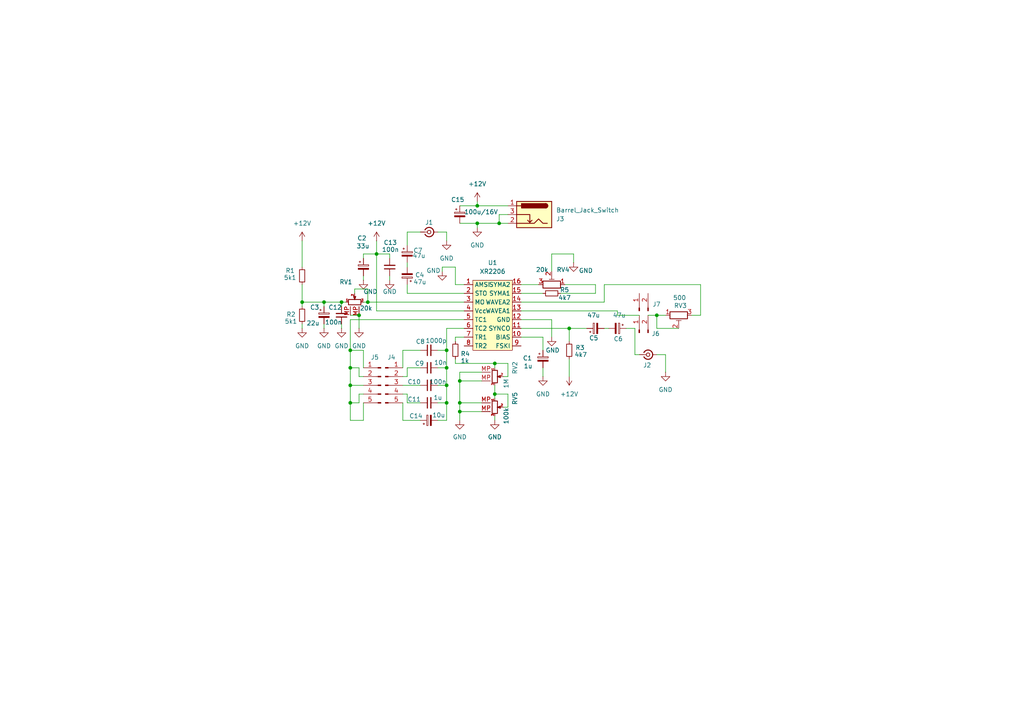
<source format=kicad_sch>
(kicad_sch
	(version 20231120)
	(generator "eeschema")
	(generator_version "8.0")
	(uuid "9485a8ac-d0f7-49b5-aba8-b02fe07aa9e6")
	(paper "A4")
	(lib_symbols
		(symbol "Analog_IC:XR2206"
			(exclude_from_sim no)
			(in_bom yes)
			(on_board yes)
			(property "Reference" "U1"
				(at -0.635 13.97 0)
				(effects
					(font
						(size 1.27 1.27)
					)
				)
			)
			(property "Value" "XR2206"
				(at -0.635 11.43 0)
				(effects
					(font
						(size 1.27 1.27)
					)
				)
			)
			(property "Footprint" "Package_DIP:DIP-16_W7.62mm_Socket"
				(at 0 0 0)
				(effects
					(font
						(size 1.27 1.27)
					)
					(hide yes)
				)
			)
			(property "Datasheet" ""
				(at 0 0 0)
				(effects
					(font
						(size 1.27 1.27)
					)
					(hide yes)
				)
			)
			(property "Description" ""
				(at 0 0 0)
				(effects
					(font
						(size 1.27 1.27)
					)
					(hide yes)
				)
			)
			(symbol "XR2206_0_1"
				(rectangle
					(start -6.35 8.89)
					(end 5.08 -11.43)
					(stroke
						(width 0)
						(type default)
					)
					(fill
						(type background)
					)
				)
			)
			(symbol "XR2206_1_1"
				(pin input line
					(at -8.89 7.62 0)
					(length 2.54)
					(name "AMSI"
						(effects
							(font
								(size 1.27 1.27)
							)
						)
					)
					(number "1"
						(effects
							(font
								(size 1.27 1.27)
							)
						)
					)
				)
				(pin input line
					(at 7.62 -7.62 180)
					(length 2.54)
					(name "BIAS"
						(effects
							(font
								(size 1.27 1.27)
							)
						)
					)
					(number "10"
						(effects
							(font
								(size 1.27 1.27)
							)
						)
					)
				)
				(pin input line
					(at 7.62 -5.08 180)
					(length 2.54)
					(name "SYNCO"
						(effects
							(font
								(size 1.27 1.27)
							)
						)
					)
					(number "11"
						(effects
							(font
								(size 1.27 1.27)
							)
						)
					)
				)
				(pin input line
					(at 7.62 -2.54 180)
					(length 2.54)
					(name "GND"
						(effects
							(font
								(size 1.27 1.27)
							)
						)
					)
					(number "12"
						(effects
							(font
								(size 1.27 1.27)
							)
						)
					)
				)
				(pin input line
					(at 7.62 0 180)
					(length 2.54)
					(name "WAVEA1"
						(effects
							(font
								(size 1.27 1.27)
							)
						)
					)
					(number "13"
						(effects
							(font
								(size 1.27 1.27)
							)
						)
					)
				)
				(pin input line
					(at 7.62 2.54 180)
					(length 2.54)
					(name "WAVEA2"
						(effects
							(font
								(size 1.27 1.27)
							)
						)
					)
					(number "14"
						(effects
							(font
								(size 1.27 1.27)
							)
						)
					)
				)
				(pin input line
					(at 7.62 5.08 180)
					(length 2.54)
					(name "SYMA1"
						(effects
							(font
								(size 1.27 1.27)
							)
						)
					)
					(number "15"
						(effects
							(font
								(size 1.27 1.27)
							)
						)
					)
				)
				(pin input line
					(at 7.62 7.62 180)
					(length 2.54)
					(name "SYMA2"
						(effects
							(font
								(size 1.27 1.27)
							)
						)
					)
					(number "16"
						(effects
							(font
								(size 1.27 1.27)
							)
						)
					)
				)
				(pin input line
					(at -8.89 5.08 0)
					(length 2.54)
					(name "STO"
						(effects
							(font
								(size 1.27 1.27)
							)
						)
					)
					(number "2"
						(effects
							(font
								(size 1.27 1.27)
							)
						)
					)
				)
				(pin input line
					(at -8.89 2.54 0)
					(length 2.54)
					(name "MO"
						(effects
							(font
								(size 1.27 1.27)
							)
						)
					)
					(number "3"
						(effects
							(font
								(size 1.27 1.27)
							)
						)
					)
				)
				(pin input line
					(at -8.89 0 0)
					(length 2.54)
					(name "Vcc"
						(effects
							(font
								(size 1.27 1.27)
							)
						)
					)
					(number "4"
						(effects
							(font
								(size 1.27 1.27)
							)
						)
					)
				)
				(pin input line
					(at -8.89 -2.54 0)
					(length 2.54)
					(name "TC1"
						(effects
							(font
								(size 1.27 1.27)
							)
						)
					)
					(number "5"
						(effects
							(font
								(size 1.27 1.27)
							)
						)
					)
				)
				(pin input line
					(at -8.89 -5.08 0)
					(length 2.54)
					(name "TC2"
						(effects
							(font
								(size 1.27 1.27)
							)
						)
					)
					(number "6"
						(effects
							(font
								(size 1.27 1.27)
							)
						)
					)
				)
				(pin input line
					(at -8.89 -7.62 0)
					(length 2.54)
					(name "TR1"
						(effects
							(font
								(size 1.27 1.27)
							)
						)
					)
					(number "7"
						(effects
							(font
								(size 1.27 1.27)
							)
						)
					)
				)
				(pin input line
					(at -8.89 -10.16 0)
					(length 2.54)
					(name "TR2"
						(effects
							(font
								(size 1.27 1.27)
							)
						)
					)
					(number "8"
						(effects
							(font
								(size 1.27 1.27)
							)
						)
					)
				)
				(pin input line
					(at 7.62 -10.16 180)
					(length 2.54)
					(name "FSKI"
						(effects
							(font
								(size 1.27 1.27)
							)
						)
					)
					(number "9"
						(effects
							(font
								(size 1.27 1.27)
							)
						)
					)
				)
			)
		)
		(symbol "Connector:Barrel_Jack_Switch"
			(pin_names hide)
			(exclude_from_sim no)
			(in_bom yes)
			(on_board yes)
			(property "Reference" "J"
				(at 0 5.334 0)
				(effects
					(font
						(size 1.27 1.27)
					)
				)
			)
			(property "Value" "Barrel_Jack_Switch"
				(at 0 -5.08 0)
				(effects
					(font
						(size 1.27 1.27)
					)
				)
			)
			(property "Footprint" ""
				(at 1.27 -1.016 0)
				(effects
					(font
						(size 1.27 1.27)
					)
					(hide yes)
				)
			)
			(property "Datasheet" "~"
				(at 1.27 -1.016 0)
				(effects
					(font
						(size 1.27 1.27)
					)
					(hide yes)
				)
			)
			(property "Description" "DC Barrel Jack with an internal switch"
				(at 0 0 0)
				(effects
					(font
						(size 1.27 1.27)
					)
					(hide yes)
				)
			)
			(property "ki_keywords" "DC power barrel jack connector"
				(at 0 0 0)
				(effects
					(font
						(size 1.27 1.27)
					)
					(hide yes)
				)
			)
			(property "ki_fp_filters" "BarrelJack*"
				(at 0 0 0)
				(effects
					(font
						(size 1.27 1.27)
					)
					(hide yes)
				)
			)
			(symbol "Barrel_Jack_Switch_0_1"
				(rectangle
					(start -5.08 3.81)
					(end 5.08 -3.81)
					(stroke
						(width 0.254)
						(type default)
					)
					(fill
						(type background)
					)
				)
				(arc
					(start -3.302 3.175)
					(mid -3.9343 2.54)
					(end -3.302 1.905)
					(stroke
						(width 0.254)
						(type default)
					)
					(fill
						(type none)
					)
				)
				(arc
					(start -3.302 3.175)
					(mid -3.9343 2.54)
					(end -3.302 1.905)
					(stroke
						(width 0.254)
						(type default)
					)
					(fill
						(type outline)
					)
				)
				(polyline
					(pts
						(xy 1.27 -2.286) (xy 1.905 -1.651)
					)
					(stroke
						(width 0.254)
						(type default)
					)
					(fill
						(type none)
					)
				)
				(polyline
					(pts
						(xy 5.08 2.54) (xy 3.81 2.54)
					)
					(stroke
						(width 0.254)
						(type default)
					)
					(fill
						(type none)
					)
				)
				(polyline
					(pts
						(xy 5.08 0) (xy 1.27 0) (xy 1.27 -2.286) (xy 0.635 -1.651)
					)
					(stroke
						(width 0.254)
						(type default)
					)
					(fill
						(type none)
					)
				)
				(polyline
					(pts
						(xy -3.81 -2.54) (xy -2.54 -2.54) (xy -1.27 -1.27) (xy 0 -2.54) (xy 2.54 -2.54) (xy 5.08 -2.54)
					)
					(stroke
						(width 0.254)
						(type default)
					)
					(fill
						(type none)
					)
				)
				(rectangle
					(start 3.683 3.175)
					(end -3.302 1.905)
					(stroke
						(width 0.254)
						(type default)
					)
					(fill
						(type outline)
					)
				)
			)
			(symbol "Barrel_Jack_Switch_1_1"
				(pin passive line
					(at 7.62 2.54 180)
					(length 2.54)
					(name "~"
						(effects
							(font
								(size 1.27 1.27)
							)
						)
					)
					(number "1"
						(effects
							(font
								(size 1.27 1.27)
							)
						)
					)
				)
				(pin passive line
					(at 7.62 -2.54 180)
					(length 2.54)
					(name "~"
						(effects
							(font
								(size 1.27 1.27)
							)
						)
					)
					(number "2"
						(effects
							(font
								(size 1.27 1.27)
							)
						)
					)
				)
				(pin passive line
					(at 7.62 0 180)
					(length 2.54)
					(name "~"
						(effects
							(font
								(size 1.27 1.27)
							)
						)
					)
					(number "3"
						(effects
							(font
								(size 1.27 1.27)
							)
						)
					)
				)
			)
		)
		(symbol "Connector:Conn_01x02_Pin"
			(pin_names
				(offset 1.016) hide)
			(exclude_from_sim no)
			(in_bom yes)
			(on_board yes)
			(property "Reference" "J"
				(at 0 2.54 0)
				(effects
					(font
						(size 1.27 1.27)
					)
				)
			)
			(property "Value" "Conn_01x02_Pin"
				(at 0 -5.08 0)
				(effects
					(font
						(size 1.27 1.27)
					)
				)
			)
			(property "Footprint" ""
				(at 0 0 0)
				(effects
					(font
						(size 1.27 1.27)
					)
					(hide yes)
				)
			)
			(property "Datasheet" "~"
				(at 0 0 0)
				(effects
					(font
						(size 1.27 1.27)
					)
					(hide yes)
				)
			)
			(property "Description" "Generic connector, single row, 01x02, script generated"
				(at 0 0 0)
				(effects
					(font
						(size 1.27 1.27)
					)
					(hide yes)
				)
			)
			(property "ki_locked" ""
				(at 0 0 0)
				(effects
					(font
						(size 1.27 1.27)
					)
				)
			)
			(property "ki_keywords" "connector"
				(at 0 0 0)
				(effects
					(font
						(size 1.27 1.27)
					)
					(hide yes)
				)
			)
			(property "ki_fp_filters" "Connector*:*_1x??_*"
				(at 0 0 0)
				(effects
					(font
						(size 1.27 1.27)
					)
					(hide yes)
				)
			)
			(symbol "Conn_01x02_Pin_1_1"
				(polyline
					(pts
						(xy 1.27 -2.54) (xy 0.8636 -2.54)
					)
					(stroke
						(width 0.1524)
						(type default)
					)
					(fill
						(type none)
					)
				)
				(polyline
					(pts
						(xy 1.27 0) (xy 0.8636 0)
					)
					(stroke
						(width 0.1524)
						(type default)
					)
					(fill
						(type none)
					)
				)
				(rectangle
					(start 0.8636 -2.413)
					(end 0 -2.667)
					(stroke
						(width 0.1524)
						(type default)
					)
					(fill
						(type outline)
					)
				)
				(rectangle
					(start 0.8636 0.127)
					(end 0 -0.127)
					(stroke
						(width 0.1524)
						(type default)
					)
					(fill
						(type outline)
					)
				)
				(pin passive line
					(at 5.08 0 180)
					(length 3.81)
					(name "Pin_1"
						(effects
							(font
								(size 1.27 1.27)
							)
						)
					)
					(number "1"
						(effects
							(font
								(size 1.27 1.27)
							)
						)
					)
				)
				(pin passive line
					(at 5.08 -2.54 180)
					(length 3.81)
					(name "Pin_2"
						(effects
							(font
								(size 1.27 1.27)
							)
						)
					)
					(number "2"
						(effects
							(font
								(size 1.27 1.27)
							)
						)
					)
				)
			)
		)
		(symbol "Connector:Conn_01x05_Pin"
			(pin_names
				(offset 1.016) hide)
			(exclude_from_sim no)
			(in_bom yes)
			(on_board yes)
			(property "Reference" "J"
				(at 0 7.62 0)
				(effects
					(font
						(size 1.27 1.27)
					)
				)
			)
			(property "Value" "Conn_01x05_Pin"
				(at 0 -7.62 0)
				(effects
					(font
						(size 1.27 1.27)
					)
				)
			)
			(property "Footprint" ""
				(at 0 0 0)
				(effects
					(font
						(size 1.27 1.27)
					)
					(hide yes)
				)
			)
			(property "Datasheet" "~"
				(at 0 0 0)
				(effects
					(font
						(size 1.27 1.27)
					)
					(hide yes)
				)
			)
			(property "Description" "Generic connector, single row, 01x05, script generated"
				(at 0 0 0)
				(effects
					(font
						(size 1.27 1.27)
					)
					(hide yes)
				)
			)
			(property "ki_locked" ""
				(at 0 0 0)
				(effects
					(font
						(size 1.27 1.27)
					)
				)
			)
			(property "ki_keywords" "connector"
				(at 0 0 0)
				(effects
					(font
						(size 1.27 1.27)
					)
					(hide yes)
				)
			)
			(property "ki_fp_filters" "Connector*:*_1x??_*"
				(at 0 0 0)
				(effects
					(font
						(size 1.27 1.27)
					)
					(hide yes)
				)
			)
			(symbol "Conn_01x05_Pin_1_1"
				(polyline
					(pts
						(xy 1.27 -5.08) (xy 0.8636 -5.08)
					)
					(stroke
						(width 0.1524)
						(type default)
					)
					(fill
						(type none)
					)
				)
				(polyline
					(pts
						(xy 1.27 -2.54) (xy 0.8636 -2.54)
					)
					(stroke
						(width 0.1524)
						(type default)
					)
					(fill
						(type none)
					)
				)
				(polyline
					(pts
						(xy 1.27 0) (xy 0.8636 0)
					)
					(stroke
						(width 0.1524)
						(type default)
					)
					(fill
						(type none)
					)
				)
				(polyline
					(pts
						(xy 1.27 2.54) (xy 0.8636 2.54)
					)
					(stroke
						(width 0.1524)
						(type default)
					)
					(fill
						(type none)
					)
				)
				(polyline
					(pts
						(xy 1.27 5.08) (xy 0.8636 5.08)
					)
					(stroke
						(width 0.1524)
						(type default)
					)
					(fill
						(type none)
					)
				)
				(rectangle
					(start 0.8636 -4.953)
					(end 0 -5.207)
					(stroke
						(width 0.1524)
						(type default)
					)
					(fill
						(type outline)
					)
				)
				(rectangle
					(start 0.8636 -2.413)
					(end 0 -2.667)
					(stroke
						(width 0.1524)
						(type default)
					)
					(fill
						(type outline)
					)
				)
				(rectangle
					(start 0.8636 0.127)
					(end 0 -0.127)
					(stroke
						(width 0.1524)
						(type default)
					)
					(fill
						(type outline)
					)
				)
				(rectangle
					(start 0.8636 2.667)
					(end 0 2.413)
					(stroke
						(width 0.1524)
						(type default)
					)
					(fill
						(type outline)
					)
				)
				(rectangle
					(start 0.8636 5.207)
					(end 0 4.953)
					(stroke
						(width 0.1524)
						(type default)
					)
					(fill
						(type outline)
					)
				)
				(pin passive line
					(at 5.08 5.08 180)
					(length 3.81)
					(name "Pin_1"
						(effects
							(font
								(size 1.27 1.27)
							)
						)
					)
					(number "1"
						(effects
							(font
								(size 1.27 1.27)
							)
						)
					)
				)
				(pin passive line
					(at 5.08 2.54 180)
					(length 3.81)
					(name "Pin_2"
						(effects
							(font
								(size 1.27 1.27)
							)
						)
					)
					(number "2"
						(effects
							(font
								(size 1.27 1.27)
							)
						)
					)
				)
				(pin passive line
					(at 5.08 0 180)
					(length 3.81)
					(name "Pin_3"
						(effects
							(font
								(size 1.27 1.27)
							)
						)
					)
					(number "3"
						(effects
							(font
								(size 1.27 1.27)
							)
						)
					)
				)
				(pin passive line
					(at 5.08 -2.54 180)
					(length 3.81)
					(name "Pin_4"
						(effects
							(font
								(size 1.27 1.27)
							)
						)
					)
					(number "4"
						(effects
							(font
								(size 1.27 1.27)
							)
						)
					)
				)
				(pin passive line
					(at 5.08 -5.08 180)
					(length 3.81)
					(name "Pin_5"
						(effects
							(font
								(size 1.27 1.27)
							)
						)
					)
					(number "5"
						(effects
							(font
								(size 1.27 1.27)
							)
						)
					)
				)
			)
		)
		(symbol "Connector:Conn_Coaxial_Small"
			(pin_numbers hide)
			(pin_names
				(offset 1.016) hide)
			(exclude_from_sim no)
			(in_bom yes)
			(on_board yes)
			(property "Reference" "J"
				(at 0.254 3.048 0)
				(effects
					(font
						(size 1.27 1.27)
					)
				)
			)
			(property "Value" "Conn_Coaxial_Small"
				(at 0 -3.81 0)
				(effects
					(font
						(size 1.27 1.27)
					)
				)
			)
			(property "Footprint" ""
				(at 0 0 0)
				(effects
					(font
						(size 1.27 1.27)
					)
					(hide yes)
				)
			)
			(property "Datasheet" " ~"
				(at 0 0 0)
				(effects
					(font
						(size 1.27 1.27)
					)
					(hide yes)
				)
			)
			(property "Description" "small coaxial connector (BNC, SMA, SMB, SMC, Cinch/RCA, LEMO, ...)"
				(at 0 0 0)
				(effects
					(font
						(size 1.27 1.27)
					)
					(hide yes)
				)
			)
			(property "ki_keywords" "BNC SMA SMB SMC LEMO coaxial connector CINCH RCA MCX MMCX U.FL UMRF"
				(at 0 0 0)
				(effects
					(font
						(size 1.27 1.27)
					)
					(hide yes)
				)
			)
			(property "ki_fp_filters" "*BNC* *SMA* *SMB* *SMC* *Cinch* *LEMO* *UMRF* *MCX* *U.FL*"
				(at 0 0 0)
				(effects
					(font
						(size 1.27 1.27)
					)
					(hide yes)
				)
			)
			(symbol "Conn_Coaxial_Small_0_1"
				(polyline
					(pts
						(xy -2.54 0) (xy -0.508 0)
					)
					(stroke
						(width 0)
						(type default)
					)
					(fill
						(type none)
					)
				)
				(circle
					(center 0 0)
					(radius 0.508)
					(stroke
						(width 0.2032)
						(type default)
					)
					(fill
						(type none)
					)
				)
			)
			(symbol "Conn_Coaxial_Small_1_1"
				(arc
					(start -1.1916 -0.6311)
					(mid 0.327 -1.3081)
					(end 1.3484 0.0039)
					(stroke
						(width 0.3048)
						(type default)
					)
					(fill
						(type none)
					)
				)
				(arc
					(start 1.3484 -0.0039)
					(mid 0.327 1.3081)
					(end -1.1916 0.6311)
					(stroke
						(width 0.3048)
						(type default)
					)
					(fill
						(type none)
					)
				)
				(pin passive line
					(at -2.54 0 0)
					(length 1.27)
					(name "In"
						(effects
							(font
								(size 1.27 1.27)
							)
						)
					)
					(number "1"
						(effects
							(font
								(size 1.27 1.27)
							)
						)
					)
				)
				(pin passive line
					(at 2.54 0 180)
					(length 1.27)
					(name "Ext"
						(effects
							(font
								(size 1.27 1.27)
							)
						)
					)
					(number "2"
						(effects
							(font
								(size 1.27 1.27)
							)
						)
					)
				)
			)
		)
		(symbol "Device:C_Polarized_Small"
			(pin_numbers hide)
			(pin_names
				(offset 0.254) hide)
			(exclude_from_sim no)
			(in_bom yes)
			(on_board yes)
			(property "Reference" "C"
				(at 0.254 1.778 0)
				(effects
					(font
						(size 1.27 1.27)
					)
					(justify left)
				)
			)
			(property "Value" "C_Polarized_Small"
				(at 0.254 -2.032 0)
				(effects
					(font
						(size 1.27 1.27)
					)
					(justify left)
				)
			)
			(property "Footprint" ""
				(at 0 0 0)
				(effects
					(font
						(size 1.27 1.27)
					)
					(hide yes)
				)
			)
			(property "Datasheet" "~"
				(at 0 0 0)
				(effects
					(font
						(size 1.27 1.27)
					)
					(hide yes)
				)
			)
			(property "Description" "Polarized capacitor, small symbol"
				(at 0 0 0)
				(effects
					(font
						(size 1.27 1.27)
					)
					(hide yes)
				)
			)
			(property "ki_keywords" "cap capacitor"
				(at 0 0 0)
				(effects
					(font
						(size 1.27 1.27)
					)
					(hide yes)
				)
			)
			(property "ki_fp_filters" "CP_*"
				(at 0 0 0)
				(effects
					(font
						(size 1.27 1.27)
					)
					(hide yes)
				)
			)
			(symbol "C_Polarized_Small_0_1"
				(rectangle
					(start -1.524 -0.3048)
					(end 1.524 -0.6858)
					(stroke
						(width 0)
						(type default)
					)
					(fill
						(type outline)
					)
				)
				(rectangle
					(start -1.524 0.6858)
					(end 1.524 0.3048)
					(stroke
						(width 0)
						(type default)
					)
					(fill
						(type none)
					)
				)
				(polyline
					(pts
						(xy -1.27 1.524) (xy -0.762 1.524)
					)
					(stroke
						(width 0)
						(type default)
					)
					(fill
						(type none)
					)
				)
				(polyline
					(pts
						(xy -1.016 1.27) (xy -1.016 1.778)
					)
					(stroke
						(width 0)
						(type default)
					)
					(fill
						(type none)
					)
				)
			)
			(symbol "C_Polarized_Small_1_1"
				(pin passive line
					(at 0 2.54 270)
					(length 1.8542)
					(name "~"
						(effects
							(font
								(size 1.27 1.27)
							)
						)
					)
					(number "1"
						(effects
							(font
								(size 1.27 1.27)
							)
						)
					)
				)
				(pin passive line
					(at 0 -2.54 90)
					(length 1.8542)
					(name "~"
						(effects
							(font
								(size 1.27 1.27)
							)
						)
					)
					(number "2"
						(effects
							(font
								(size 1.27 1.27)
							)
						)
					)
				)
			)
		)
		(symbol "Device:C_Small"
			(pin_numbers hide)
			(pin_names
				(offset 0.254) hide)
			(exclude_from_sim no)
			(in_bom yes)
			(on_board yes)
			(property "Reference" "C"
				(at 0.254 1.778 0)
				(effects
					(font
						(size 1.27 1.27)
					)
					(justify left)
				)
			)
			(property "Value" "C_Small"
				(at 0.254 -2.032 0)
				(effects
					(font
						(size 1.27 1.27)
					)
					(justify left)
				)
			)
			(property "Footprint" ""
				(at 0 0 0)
				(effects
					(font
						(size 1.27 1.27)
					)
					(hide yes)
				)
			)
			(property "Datasheet" "~"
				(at 0 0 0)
				(effects
					(font
						(size 1.27 1.27)
					)
					(hide yes)
				)
			)
			(property "Description" "Unpolarized capacitor, small symbol"
				(at 0 0 0)
				(effects
					(font
						(size 1.27 1.27)
					)
					(hide yes)
				)
			)
			(property "ki_keywords" "capacitor cap"
				(at 0 0 0)
				(effects
					(font
						(size 1.27 1.27)
					)
					(hide yes)
				)
			)
			(property "ki_fp_filters" "C_*"
				(at 0 0 0)
				(effects
					(font
						(size 1.27 1.27)
					)
					(hide yes)
				)
			)
			(symbol "C_Small_0_1"
				(polyline
					(pts
						(xy -1.524 -0.508) (xy 1.524 -0.508)
					)
					(stroke
						(width 0.3302)
						(type default)
					)
					(fill
						(type none)
					)
				)
				(polyline
					(pts
						(xy -1.524 0.508) (xy 1.524 0.508)
					)
					(stroke
						(width 0.3048)
						(type default)
					)
					(fill
						(type none)
					)
				)
			)
			(symbol "C_Small_1_1"
				(pin passive line
					(at 0 2.54 270)
					(length 2.032)
					(name "~"
						(effects
							(font
								(size 1.27 1.27)
							)
						)
					)
					(number "1"
						(effects
							(font
								(size 1.27 1.27)
							)
						)
					)
				)
				(pin passive line
					(at 0 -2.54 90)
					(length 2.032)
					(name "~"
						(effects
							(font
								(size 1.27 1.27)
							)
						)
					)
					(number "2"
						(effects
							(font
								(size 1.27 1.27)
							)
						)
					)
				)
			)
		)
		(symbol "Device:R_Potentiometer_Trim"
			(pin_names
				(offset 1.016) hide)
			(exclude_from_sim no)
			(in_bom yes)
			(on_board yes)
			(property "Reference" "RV"
				(at -4.445 0 90)
				(effects
					(font
						(size 1.27 1.27)
					)
				)
			)
			(property "Value" "R_Potentiometer_Trim"
				(at -2.54 0 90)
				(effects
					(font
						(size 1.27 1.27)
					)
				)
			)
			(property "Footprint" ""
				(at 0 0 0)
				(effects
					(font
						(size 1.27 1.27)
					)
					(hide yes)
				)
			)
			(property "Datasheet" "~"
				(at 0 0 0)
				(effects
					(font
						(size 1.27 1.27)
					)
					(hide yes)
				)
			)
			(property "Description" "Trim-potentiometer"
				(at 0 0 0)
				(effects
					(font
						(size 1.27 1.27)
					)
					(hide yes)
				)
			)
			(property "ki_keywords" "resistor variable trimpot trimmer"
				(at 0 0 0)
				(effects
					(font
						(size 1.27 1.27)
					)
					(hide yes)
				)
			)
			(property "ki_fp_filters" "Potentiometer*"
				(at 0 0 0)
				(effects
					(font
						(size 1.27 1.27)
					)
					(hide yes)
				)
			)
			(symbol "R_Potentiometer_Trim_0_1"
				(polyline
					(pts
						(xy 1.524 0.762) (xy 1.524 -0.762)
					)
					(stroke
						(width 0)
						(type default)
					)
					(fill
						(type none)
					)
				)
				(polyline
					(pts
						(xy 2.54 0) (xy 1.524 0)
					)
					(stroke
						(width 0)
						(type default)
					)
					(fill
						(type none)
					)
				)
				(rectangle
					(start 1.016 2.54)
					(end -1.016 -2.54)
					(stroke
						(width 0.254)
						(type default)
					)
					(fill
						(type none)
					)
				)
			)
			(symbol "R_Potentiometer_Trim_1_1"
				(pin passive line
					(at 0 3.81 270)
					(length 1.27)
					(name "1"
						(effects
							(font
								(size 1.27 1.27)
							)
						)
					)
					(number "1"
						(effects
							(font
								(size 1.27 1.27)
							)
						)
					)
				)
				(pin passive line
					(at 3.81 0 180)
					(length 1.27)
					(name "2"
						(effects
							(font
								(size 1.27 1.27)
							)
						)
					)
					(number "2"
						(effects
							(font
								(size 1.27 1.27)
							)
						)
					)
				)
				(pin passive line
					(at 0 -3.81 90)
					(length 1.27)
					(name "3"
						(effects
							(font
								(size 1.27 1.27)
							)
						)
					)
					(number "3"
						(effects
							(font
								(size 1.27 1.27)
							)
						)
					)
				)
			)
		)
		(symbol "Device:R_Small"
			(pin_numbers hide)
			(pin_names
				(offset 0.254) hide)
			(exclude_from_sim no)
			(in_bom yes)
			(on_board yes)
			(property "Reference" "R"
				(at 0.762 0.508 0)
				(effects
					(font
						(size 1.27 1.27)
					)
					(justify left)
				)
			)
			(property "Value" "R_Small"
				(at 0.762 -1.016 0)
				(effects
					(font
						(size 1.27 1.27)
					)
					(justify left)
				)
			)
			(property "Footprint" ""
				(at 0 0 0)
				(effects
					(font
						(size 1.27 1.27)
					)
					(hide yes)
				)
			)
			(property "Datasheet" "~"
				(at 0 0 0)
				(effects
					(font
						(size 1.27 1.27)
					)
					(hide yes)
				)
			)
			(property "Description" "Resistor, small symbol"
				(at 0 0 0)
				(effects
					(font
						(size 1.27 1.27)
					)
					(hide yes)
				)
			)
			(property "ki_keywords" "R resistor"
				(at 0 0 0)
				(effects
					(font
						(size 1.27 1.27)
					)
					(hide yes)
				)
			)
			(property "ki_fp_filters" "R_*"
				(at 0 0 0)
				(effects
					(font
						(size 1.27 1.27)
					)
					(hide yes)
				)
			)
			(symbol "R_Small_0_1"
				(rectangle
					(start -0.762 1.778)
					(end 0.762 -1.778)
					(stroke
						(width 0.2032)
						(type default)
					)
					(fill
						(type none)
					)
				)
			)
			(symbol "R_Small_1_1"
				(pin passive line
					(at 0 2.54 270)
					(length 0.762)
					(name "~"
						(effects
							(font
								(size 1.27 1.27)
							)
						)
					)
					(number "1"
						(effects
							(font
								(size 1.27 1.27)
							)
						)
					)
				)
				(pin passive line
					(at 0 -2.54 90)
					(length 0.762)
					(name "~"
						(effects
							(font
								(size 1.27 1.27)
							)
						)
					)
					(number "2"
						(effects
							(font
								(size 1.27 1.27)
							)
						)
					)
				)
			)
		)
		(symbol "R_Potentiometer_Small_1"
			(pin_names
				(offset 1.016) hide)
			(exclude_from_sim no)
			(in_bom yes)
			(on_board yes)
			(property "Reference" "RV6"
				(at 4.9532 -5.08 90)
				(effects
					(font
						(size 1.27 1.27)
					)
				)
			)
			(property "Value" "20k"
				(at 2.4132 -5.08 90)
				(effects
					(font
						(size 1.27 1.27)
					)
				)
			)
			(property "Footprint" "Potentiometer_Alps_RK09K_Single_Vertical"
				(at 0 0 0)
				(effects
					(font
						(size 1.27 1.27)
					)
					(hide yes)
				)
			)
			(property "Datasheet" "~"
				(at 0 0 0)
				(effects
					(font
						(size 1.27 1.27)
					)
					(hide yes)
				)
			)
			(property "Description" "Potentiometer"
				(at 0 0 0)
				(effects
					(font
						(size 1.27 1.27)
					)
					(hide yes)
				)
			)
			(property "ki_keywords" "resistor variable"
				(at 0 0 0)
				(effects
					(font
						(size 1.27 1.27)
					)
					(hide yes)
				)
			)
			(property "ki_fp_filters" "Potentiometer*"
				(at 0 0 0)
				(effects
					(font
						(size 1.27 1.27)
					)
					(hide yes)
				)
			)
			(symbol "R_Potentiometer_Small_1_0_1"
				(polyline
					(pts
						(xy 0.889 0) (xy 0.635 0) (xy 1.651 0.381) (xy 1.651 -0.381) (xy 0.635 0) (xy 0.889 0)
					)
					(stroke
						(width 0)
						(type default)
					)
					(fill
						(type outline)
					)
				)
				(rectangle
					(start 0.762 1.8034)
					(end -0.762 -1.8034)
					(stroke
						(width 0.254)
						(type default)
					)
					(fill
						(type none)
					)
				)
			)
			(symbol "R_Potentiometer_Small_1_1_1"
				(pin passive line
					(at 0 2.54 270)
					(length 0.635)
					(name "1"
						(effects
							(font
								(size 0.635 0.635)
							)
						)
					)
					(number "1"
						(effects
							(font
								(size 0.635 0.635)
							)
						)
					)
				)
				(pin passive line
					(at 2.54 0 180)
					(length 0.9906)
					(name "2"
						(effects
							(font
								(size 0.635 0.635)
							)
						)
					)
					(number "2"
						(effects
							(font
								(size 0.635 0.635)
							)
						)
					)
				)
				(pin passive line
					(at 0 -2.54 90)
					(length 0.635)
					(name "3"
						(effects
							(font
								(size 0.635 0.635)
							)
						)
					)
					(number "3"
						(effects
							(font
								(size 0.635 0.635)
							)
						)
					)
				)
				(pin passive line
					(at -3.81 -1.27 0)
					(length 2.54)
					(name "MP"
						(effects
							(font
								(size 1.27 1.27)
							)
						)
					)
					(number "MP"
						(effects
							(font
								(size 1.27 1.27)
							)
						)
					)
				)
				(pin passive line
					(at -3.81 1.27 0)
					(length 2.54)
					(name "MP"
						(effects
							(font
								(size 1.27 1.27)
							)
						)
					)
					(number "MP"
						(effects
							(font
								(size 1.27 1.27)
							)
						)
					)
				)
			)
		)
		(symbol "power:+12V"
			(power)
			(pin_numbers hide)
			(pin_names
				(offset 0) hide)
			(exclude_from_sim no)
			(in_bom yes)
			(on_board yes)
			(property "Reference" "#PWR"
				(at 0 -3.81 0)
				(effects
					(font
						(size 1.27 1.27)
					)
					(hide yes)
				)
			)
			(property "Value" "+12V"
				(at 0 3.556 0)
				(effects
					(font
						(size 1.27 1.27)
					)
				)
			)
			(property "Footprint" ""
				(at 0 0 0)
				(effects
					(font
						(size 1.27 1.27)
					)
					(hide yes)
				)
			)
			(property "Datasheet" ""
				(at 0 0 0)
				(effects
					(font
						(size 1.27 1.27)
					)
					(hide yes)
				)
			)
			(property "Description" "Power symbol creates a global label with name \"+12V\""
				(at 0 0 0)
				(effects
					(font
						(size 1.27 1.27)
					)
					(hide yes)
				)
			)
			(property "ki_keywords" "global power"
				(at 0 0 0)
				(effects
					(font
						(size 1.27 1.27)
					)
					(hide yes)
				)
			)
			(symbol "+12V_0_1"
				(polyline
					(pts
						(xy -0.762 1.27) (xy 0 2.54)
					)
					(stroke
						(width 0)
						(type default)
					)
					(fill
						(type none)
					)
				)
				(polyline
					(pts
						(xy 0 0) (xy 0 2.54)
					)
					(stroke
						(width 0)
						(type default)
					)
					(fill
						(type none)
					)
				)
				(polyline
					(pts
						(xy 0 2.54) (xy 0.762 1.27)
					)
					(stroke
						(width 0)
						(type default)
					)
					(fill
						(type none)
					)
				)
			)
			(symbol "+12V_1_1"
				(pin power_in line
					(at 0 0 90)
					(length 0)
					(name "~"
						(effects
							(font
								(size 1.27 1.27)
							)
						)
					)
					(number "1"
						(effects
							(font
								(size 1.27 1.27)
							)
						)
					)
				)
			)
		)
		(symbol "power:GND"
			(power)
			(pin_numbers hide)
			(pin_names
				(offset 0) hide)
			(exclude_from_sim no)
			(in_bom yes)
			(on_board yes)
			(property "Reference" "#PWR"
				(at 0 -6.35 0)
				(effects
					(font
						(size 1.27 1.27)
					)
					(hide yes)
				)
			)
			(property "Value" "GND"
				(at 0 -3.81 0)
				(effects
					(font
						(size 1.27 1.27)
					)
				)
			)
			(property "Footprint" ""
				(at 0 0 0)
				(effects
					(font
						(size 1.27 1.27)
					)
					(hide yes)
				)
			)
			(property "Datasheet" ""
				(at 0 0 0)
				(effects
					(font
						(size 1.27 1.27)
					)
					(hide yes)
				)
			)
			(property "Description" "Power symbol creates a global label with name \"GND\" , ground"
				(at 0 0 0)
				(effects
					(font
						(size 1.27 1.27)
					)
					(hide yes)
				)
			)
			(property "ki_keywords" "global power"
				(at 0 0 0)
				(effects
					(font
						(size 1.27 1.27)
					)
					(hide yes)
				)
			)
			(symbol "GND_0_1"
				(polyline
					(pts
						(xy 0 0) (xy 0 -1.27) (xy 1.27 -1.27) (xy 0 -2.54) (xy -1.27 -1.27) (xy 0 -1.27)
					)
					(stroke
						(width 0)
						(type default)
					)
					(fill
						(type none)
					)
				)
			)
			(symbol "GND_1_1"
				(pin power_in line
					(at 0 0 270)
					(length 0)
					(name "~"
						(effects
							(font
								(size 1.27 1.27)
							)
						)
					)
					(number "1"
						(effects
							(font
								(size 1.27 1.27)
							)
						)
					)
				)
			)
		)
	)
	(junction
		(at 101.6 106.68)
		(diameter 0)
		(color 0 0 0 0)
		(uuid "054e421d-99b6-4252-838d-2b1729f9e865")
	)
	(junction
		(at 129.54 101.6)
		(diameter 0)
		(color 0 0 0 0)
		(uuid "077bdf19-58a9-4a10-b4f8-a26f7863b1db")
	)
	(junction
		(at 144.78 64.77)
		(diameter 0)
		(color 0 0 0 0)
		(uuid "0f70f00d-a9f6-4e29-ab89-935a4b07ba44")
	)
	(junction
		(at 138.43 64.77)
		(diameter 0)
		(color 0 0 0 0)
		(uuid "13dcb7c3-e9d8-4e94-8dff-4f89e8e56a79")
	)
	(junction
		(at 101.6 111.76)
		(diameter 0)
		(color 0 0 0 0)
		(uuid "1e03c26e-a2f7-45cc-8e31-3ebfc299870e")
	)
	(junction
		(at 165.1 95.25)
		(diameter 0)
		(color 0 0 0 0)
		(uuid "3468ab72-bd00-47f0-a6de-816fad1053de")
	)
	(junction
		(at 109.22 73.66)
		(diameter 0)
		(color 0 0 0 0)
		(uuid "3670c645-3182-4a08-9645-c63bbd5c278c")
	)
	(junction
		(at 106.68 87.63)
		(diameter 0)
		(color 0 0 0 0)
		(uuid "51df3fee-a3d1-4298-b730-411162b24e76")
	)
	(junction
		(at 138.43 59.69)
		(diameter 0)
		(color 0 0 0 0)
		(uuid "6cb4138f-af6d-4922-ae76-f75bb24fcd8e")
	)
	(junction
		(at 101.6 101.6)
		(diameter 0)
		(color 0 0 0 0)
		(uuid "6f01617f-2af8-4683-8e0d-9a93d3736963")
	)
	(junction
		(at 133.35 110.49)
		(diameter 0)
		(color 0 0 0 0)
		(uuid "7d474c99-0f0f-4975-8f77-dc0528673beb")
	)
	(junction
		(at 129.54 106.68)
		(diameter 0)
		(color 0 0 0 0)
		(uuid "8a09e460-a157-4bff-a1f8-414e744ab5cf")
	)
	(junction
		(at 93.98 87.63)
		(diameter 0)
		(color 0 0 0 0)
		(uuid "8bb2cdb7-925f-456d-9bf9-a70d9d07e8ed")
	)
	(junction
		(at 129.54 111.76)
		(diameter 0)
		(color 0 0 0 0)
		(uuid "90bc38ed-79a2-4a19-afc2-dd38b93b7a0f")
	)
	(junction
		(at 99.06 87.63)
		(diameter 0)
		(color 0 0 0 0)
		(uuid "a82e5d79-1abf-453d-b0a7-b0a0c0866785")
	)
	(junction
		(at 143.51 105.41)
		(diameter 0)
		(color 0 0 0 0)
		(uuid "b0199c1a-e6e8-4f9b-b4df-23e3e8fce693")
	)
	(junction
		(at 133.35 119.38)
		(diameter 0)
		(color 0 0 0 0)
		(uuid "b2402653-e8b2-454d-b916-b792c168289f")
	)
	(junction
		(at 87.63 87.63)
		(diameter 0)
		(color 0 0 0 0)
		(uuid "bdd9ccbe-5a7c-466e-8416-1f4cd9766609")
	)
	(junction
		(at 104.14 91.44)
		(diameter 0)
		(color 0 0 0 0)
		(uuid "bf6b519c-bef8-46cf-90f3-306df9e027a2")
	)
	(junction
		(at 133.35 116.84)
		(diameter 0)
		(color 0 0 0 0)
		(uuid "c037b34a-0895-494b-b734-ea9ed4dbe62b")
	)
	(junction
		(at 190.5 91.44)
		(diameter 0)
		(color 0 0 0 0)
		(uuid "c1123576-35ab-466b-bd11-d25b8363d3ae")
	)
	(junction
		(at 129.54 116.84)
		(diameter 0)
		(color 0 0 0 0)
		(uuid "e6f15663-1939-474a-98e0-8f572ef226b6")
	)
	(junction
		(at 143.51 114.3)
		(diameter 0)
		(color 0 0 0 0)
		(uuid "e7324e25-7990-4b03-b152-7052e9d1abe1")
	)
	(junction
		(at 101.6 116.84)
		(diameter 0)
		(color 0 0 0 0)
		(uuid "f27921ef-a08c-4afa-8881-a37f3ad8b65d")
	)
	(wire
		(pts
			(xy 144.78 62.23) (xy 144.78 64.77)
		)
		(stroke
			(width 0)
			(type default)
		)
		(uuid "000e135c-4ef6-460a-ba33-92b867e9c1ae")
	)
	(wire
		(pts
			(xy 190.5 95.25) (xy 190.5 91.44)
		)
		(stroke
			(width 0)
			(type default)
		)
		(uuid "01c7dfa4-6a17-4fc5-932a-8d077901d7df")
	)
	(wire
		(pts
			(xy 132.08 105.41) (xy 143.51 105.41)
		)
		(stroke
			(width 0)
			(type default)
		)
		(uuid "09afbff0-4311-4ee1-a30d-ded535907956")
	)
	(wire
		(pts
			(xy 134.62 97.79) (xy 132.08 97.79)
		)
		(stroke
			(width 0)
			(type default)
		)
		(uuid "0edbf6ac-5b8e-4f96-84bf-b18ee1e262c9")
	)
	(wire
		(pts
			(xy 101.6 116.84) (xy 101.6 121.92)
		)
		(stroke
			(width 0)
			(type default)
		)
		(uuid "0f35f009-acb5-4a8b-9622-ac81049f88f8")
	)
	(wire
		(pts
			(xy 151.13 87.63) (xy 175.26 87.63)
		)
		(stroke
			(width 0)
			(type default)
		)
		(uuid "1176e289-c1d8-4c61-b3bf-7e3fefebc673")
	)
	(wire
		(pts
			(xy 160.02 97.79) (xy 160.02 92.71)
		)
		(stroke
			(width 0)
			(type default)
		)
		(uuid "13deb797-ceed-47ee-9ab9-e53ab45e8b85")
	)
	(wire
		(pts
			(xy 143.51 114.3) (xy 143.51 115.57)
		)
		(stroke
			(width 0)
			(type default)
		)
		(uuid "16966197-4b6d-4792-b4dc-cec598532d91")
	)
	(wire
		(pts
			(xy 128.27 77.47) (xy 132.08 77.47)
		)
		(stroke
			(width 0)
			(type default)
		)
		(uuid "18d882f8-19d7-4a3a-8993-a5c1b3aadf8d")
	)
	(wire
		(pts
			(xy 165.1 104.14) (xy 165.1 109.22)
		)
		(stroke
			(width 0)
			(type default)
		)
		(uuid "1adbf08e-fd77-4b97-8a08-30b1a69e753e")
	)
	(wire
		(pts
			(xy 105.41 73.66) (xy 109.22 73.66)
		)
		(stroke
			(width 0)
			(type default)
		)
		(uuid "1b0580bc-6828-4261-9410-a55b9eb18ef5")
	)
	(wire
		(pts
			(xy 118.11 106.68) (xy 118.11 109.22)
		)
		(stroke
			(width 0)
			(type default)
		)
		(uuid "1b541787-e1ed-4b40-965b-26bb45aae452")
	)
	(wire
		(pts
			(xy 101.6 106.68) (xy 104.14 106.68)
		)
		(stroke
			(width 0)
			(type default)
		)
		(uuid "1d125da9-7771-4c4c-94b6-d63b91c8e164")
	)
	(wire
		(pts
			(xy 87.63 82.55) (xy 87.63 87.63)
		)
		(stroke
			(width 0)
			(type default)
		)
		(uuid "2121f1cc-7ce6-4a17-b93c-f7186d70c9b6")
	)
	(wire
		(pts
			(xy 138.43 64.77) (xy 144.78 64.77)
		)
		(stroke
			(width 0)
			(type default)
		)
		(uuid "22f9033d-84f6-4cd3-beef-d74505f0f054")
	)
	(wire
		(pts
			(xy 87.63 88.9) (xy 87.63 87.63)
		)
		(stroke
			(width 0)
			(type default)
		)
		(uuid "27155df6-fdd0-4904-84b8-4d60064d8f03")
	)
	(wire
		(pts
			(xy 157.48 101.6) (xy 157.48 97.79)
		)
		(stroke
			(width 0)
			(type default)
		)
		(uuid "27548540-1fc6-4b4a-bf22-2b5bd614ffb6")
	)
	(wire
		(pts
			(xy 87.63 95.25) (xy 87.63 93.98)
		)
		(stroke
			(width 0)
			(type default)
		)
		(uuid "27cbcbd9-92c5-4623-9165-e8d7718ca5d8")
	)
	(wire
		(pts
			(xy 109.22 73.66) (xy 109.22 90.17)
		)
		(stroke
			(width 0)
			(type default)
		)
		(uuid "2ae458cc-94d7-4ef4-a939-60febc8f1a24")
	)
	(wire
		(pts
			(xy 146.05 109.22) (xy 147.32 109.22)
		)
		(stroke
			(width 0)
			(type default)
		)
		(uuid "2be3d334-a243-4c1c-b444-72df76694ee4")
	)
	(wire
		(pts
			(xy 104.14 114.3) (xy 105.41 114.3)
		)
		(stroke
			(width 0)
			(type default)
		)
		(uuid "2e98f714-3e68-4b2b-b455-ea9d16f360a3")
	)
	(wire
		(pts
			(xy 87.63 69.85) (xy 87.63 77.47)
		)
		(stroke
			(width 0)
			(type default)
		)
		(uuid "30419169-8a7b-468c-9e88-0528aad451ff")
	)
	(wire
		(pts
			(xy 93.98 87.63) (xy 99.06 87.63)
		)
		(stroke
			(width 0)
			(type default)
		)
		(uuid "323499de-5860-4d15-a886-0c1fce815948")
	)
	(wire
		(pts
			(xy 133.35 110.49) (xy 133.35 116.84)
		)
		(stroke
			(width 0)
			(type default)
		)
		(uuid "33534d47-6d32-4f41-addf-91fb9cc48b60")
	)
	(wire
		(pts
			(xy 151.13 85.09) (xy 157.48 85.09)
		)
		(stroke
			(width 0)
			(type default)
		)
		(uuid "3412900b-57d3-459a-a11b-793347253b2c")
	)
	(wire
		(pts
			(xy 196.85 95.25) (xy 190.5 95.25)
		)
		(stroke
			(width 0)
			(type default)
		)
		(uuid "3415d349-ada5-4d74-8e72-0d4c5b1ac1e5")
	)
	(wire
		(pts
			(xy 99.06 87.63) (xy 99.06 88.9)
		)
		(stroke
			(width 0)
			(type default)
		)
		(uuid "35bff541-e1d2-42f9-90cc-28d0289578eb")
	)
	(wire
		(pts
			(xy 133.35 116.84) (xy 133.35 119.38)
		)
		(stroke
			(width 0)
			(type default)
		)
		(uuid "364c29ba-ed28-47d3-91a6-a1599784bf01")
	)
	(wire
		(pts
			(xy 93.98 93.98) (xy 93.98 95.25)
		)
		(stroke
			(width 0)
			(type default)
		)
		(uuid "366c7afd-719b-4e56-93fa-506d95913c77")
	)
	(wire
		(pts
			(xy 133.35 110.49) (xy 139.7 110.49)
		)
		(stroke
			(width 0)
			(type default)
		)
		(uuid "39c6ec78-678f-401b-960c-3ea16f5164e6")
	)
	(wire
		(pts
			(xy 118.11 106.68) (xy 121.92 106.68)
		)
		(stroke
			(width 0)
			(type default)
		)
		(uuid "3d7699c1-facc-4413-a938-df85b936ea1f")
	)
	(wire
		(pts
			(xy 162.56 85.09) (xy 172.72 85.09)
		)
		(stroke
			(width 0)
			(type default)
		)
		(uuid "3e76e8d9-875b-4897-b2b7-fd9cdf89b103")
	)
	(wire
		(pts
			(xy 132.08 104.14) (xy 132.08 105.41)
		)
		(stroke
			(width 0)
			(type default)
		)
		(uuid "3e92b7a2-a887-48a0-b7f9-f09cf8f95987")
	)
	(wire
		(pts
			(xy 128.27 77.47) (xy 128.27 78.74)
		)
		(stroke
			(width 0)
			(type default)
		)
		(uuid "3ead2ef5-347e-407a-980b-9ddbcac53a3b")
	)
	(wire
		(pts
			(xy 157.48 97.79) (xy 151.13 97.79)
		)
		(stroke
			(width 0)
			(type default)
		)
		(uuid "4092f94c-4de6-4ed6-82e2-0aa19e3eb58f")
	)
	(wire
		(pts
			(xy 127 101.6) (xy 129.54 101.6)
		)
		(stroke
			(width 0)
			(type default)
		)
		(uuid "4390ac89-af7d-4d66-bfd0-201ad082a9f9")
	)
	(wire
		(pts
			(xy 175.26 82.55) (xy 175.26 87.63)
		)
		(stroke
			(width 0)
			(type default)
		)
		(uuid "44513f92-73f6-49d4-98cb-0bb321736fb3")
	)
	(wire
		(pts
			(xy 193.04 102.87) (xy 193.04 107.95)
		)
		(stroke
			(width 0)
			(type default)
		)
		(uuid "451c2943-3697-41de-8d85-16c5a89cae23")
	)
	(wire
		(pts
			(xy 102.87 83.82) (xy 106.68 83.82)
		)
		(stroke
			(width 0)
			(type default)
		)
		(uuid "470447e6-4459-4587-8a4c-802a73ed587d")
	)
	(wire
		(pts
			(xy 151.13 90.17) (xy 179.07 90.17)
		)
		(stroke
			(width 0)
			(type default)
		)
		(uuid "476548f8-ce06-409a-8091-120e1d08d89f")
	)
	(wire
		(pts
			(xy 133.35 119.38) (xy 139.7 119.38)
		)
		(stroke
			(width 0)
			(type default)
		)
		(uuid "48df3dd5-b5cc-4e93-99a8-6524f2086af9")
	)
	(wire
		(pts
			(xy 166.37 73.66) (xy 160.02 73.66)
		)
		(stroke
			(width 0)
			(type default)
		)
		(uuid "49193a6b-7a61-4745-ab3a-ca28618c9055")
	)
	(wire
		(pts
			(xy 121.92 67.31) (xy 118.11 67.31)
		)
		(stroke
			(width 0)
			(type default)
		)
		(uuid "4939f0ff-4730-4923-9669-e89831030314")
	)
	(wire
		(pts
			(xy 133.35 116.84) (xy 139.7 116.84)
		)
		(stroke
			(width 0)
			(type default)
		)
		(uuid "4a0405fc-7887-4a47-842e-3e78aeceb5ff")
	)
	(wire
		(pts
			(xy 99.06 87.63) (xy 100.33 87.63)
		)
		(stroke
			(width 0)
			(type default)
		)
		(uuid "4be51ed2-ed3b-4d08-be4e-8fc117a4a31c")
	)
	(wire
		(pts
			(xy 138.43 59.69) (xy 138.43 58.42)
		)
		(stroke
			(width 0)
			(type default)
		)
		(uuid "4de3987f-b0bc-4ca8-bc93-449c79ec2250")
	)
	(wire
		(pts
			(xy 134.62 85.09) (xy 118.11 85.09)
		)
		(stroke
			(width 0)
			(type default)
		)
		(uuid "4fa1211c-0626-4ca0-8a00-92bc8ae50007")
	)
	(wire
		(pts
			(xy 127 111.76) (xy 129.54 111.76)
		)
		(stroke
			(width 0)
			(type default)
		)
		(uuid "50dac742-c01a-404f-8295-90db309beaae")
	)
	(wire
		(pts
			(xy 184.15 95.25) (xy 184.15 102.87)
		)
		(stroke
			(width 0)
			(type default)
		)
		(uuid "55d28158-f8b2-457e-8e91-1cc94b0e7690")
	)
	(wire
		(pts
			(xy 165.1 95.25) (xy 165.1 99.06)
		)
		(stroke
			(width 0)
			(type default)
		)
		(uuid "585c997e-1dbd-4b6f-be91-c633fd3ecf06")
	)
	(wire
		(pts
			(xy 181.61 95.25) (xy 184.15 95.25)
		)
		(stroke
			(width 0)
			(type default)
		)
		(uuid "589456c5-9bc4-445b-b1a8-f12b12ba10c2")
	)
	(wire
		(pts
			(xy 133.35 107.95) (xy 139.7 107.95)
		)
		(stroke
			(width 0)
			(type default)
		)
		(uuid "59aa1062-d3c3-481c-b17e-cf81747bf902")
	)
	(wire
		(pts
			(xy 143.51 105.41) (xy 143.51 106.68)
		)
		(stroke
			(width 0)
			(type default)
		)
		(uuid "5a2403e4-4996-45c6-a321-3849e9818186")
	)
	(wire
		(pts
			(xy 190.5 91.44) (xy 193.04 91.44)
		)
		(stroke
			(width 0)
			(type default)
		)
		(uuid "5a46a11e-d0af-417a-886a-aabd1346feb7")
	)
	(wire
		(pts
			(xy 101.6 121.92) (xy 105.41 121.92)
		)
		(stroke
			(width 0)
			(type default)
		)
		(uuid "5be0e8a9-638f-430c-8a7d-171980e484ca")
	)
	(wire
		(pts
			(xy 203.2 91.44) (xy 203.2 82.55)
		)
		(stroke
			(width 0)
			(type default)
		)
		(uuid "5cf15bfb-2c46-4dc4-a459-c0f08e6b2807")
	)
	(wire
		(pts
			(xy 105.41 87.63) (xy 106.68 87.63)
		)
		(stroke
			(width 0)
			(type default)
		)
		(uuid "5d0e4be8-24c3-4065-ad6c-74f40db0b275")
	)
	(wire
		(pts
			(xy 129.54 95.25) (xy 134.62 95.25)
		)
		(stroke
			(width 0)
			(type default)
		)
		(uuid "5d68479e-3952-46de-9838-1cb4291a1992")
	)
	(wire
		(pts
			(xy 129.54 111.76) (xy 129.54 106.68)
		)
		(stroke
			(width 0)
			(type default)
		)
		(uuid "5ffc05b9-0cb9-4ea2-a0d6-64cdad204356")
	)
	(wire
		(pts
			(xy 133.35 119.38) (xy 133.35 121.92)
		)
		(stroke
			(width 0)
			(type default)
		)
		(uuid "6221f34b-fb83-40d7-827c-a75c1f098090")
	)
	(wire
		(pts
			(xy 146.05 118.11) (xy 147.32 118.11)
		)
		(stroke
			(width 0)
			(type default)
		)
		(uuid "6441c9fd-a20d-4a60-98cc-2856e42c25f3")
	)
	(wire
		(pts
			(xy 184.15 102.87) (xy 185.42 102.87)
		)
		(stroke
			(width 0)
			(type default)
		)
		(uuid "65368373-73bf-498b-82bb-c65539fc0e8e")
	)
	(wire
		(pts
			(xy 187.96 91.44) (xy 190.5 91.44)
		)
		(stroke
			(width 0)
			(type default)
		)
		(uuid "665a2641-e3f5-49fb-b7a1-487de6a49257")
	)
	(wire
		(pts
			(xy 101.6 116.84) (xy 104.14 116.84)
		)
		(stroke
			(width 0)
			(type default)
		)
		(uuid "67a9dca4-160b-47f8-8dd9-afbf685e2ccb")
	)
	(wire
		(pts
			(xy 104.14 106.68) (xy 104.14 109.22)
		)
		(stroke
			(width 0)
			(type default)
		)
		(uuid "67c1aedb-24bd-437d-a752-0a6f34aa9dbb")
	)
	(wire
		(pts
			(xy 133.35 59.69) (xy 138.43 59.69)
		)
		(stroke
			(width 0)
			(type default)
		)
		(uuid "6d9cd836-88b2-4a8c-8c36-2cb682649644")
	)
	(wire
		(pts
			(xy 134.62 92.71) (xy 101.6 92.71)
		)
		(stroke
			(width 0)
			(type default)
		)
		(uuid "6df0f7bd-c1ad-47fb-a105-a9a6bd77a9b1")
	)
	(wire
		(pts
			(xy 129.54 116.84) (xy 129.54 111.76)
		)
		(stroke
			(width 0)
			(type default)
		)
		(uuid "6f41db91-309b-4e84-a030-0e9c8b65caa4")
	)
	(wire
		(pts
			(xy 104.14 116.84) (xy 104.14 114.3)
		)
		(stroke
			(width 0)
			(type default)
		)
		(uuid "70a99812-4ca6-40e5-93ee-9bd767baa61b")
	)
	(wire
		(pts
			(xy 151.13 95.25) (xy 165.1 95.25)
		)
		(stroke
			(width 0)
			(type default)
		)
		(uuid "73ceca96-828a-4a38-9e55-254b87402038")
	)
	(wire
		(pts
			(xy 118.11 116.84) (xy 121.92 116.84)
		)
		(stroke
			(width 0)
			(type default)
		)
		(uuid "73efab87-9b85-4c11-9d8f-974d91cd32ce")
	)
	(wire
		(pts
			(xy 116.84 101.6) (xy 116.84 106.68)
		)
		(stroke
			(width 0)
			(type default)
		)
		(uuid "75becdef-d836-464f-8307-8aa1b3ee8e4e")
	)
	(wire
		(pts
			(xy 147.32 109.22) (xy 147.32 105.41)
		)
		(stroke
			(width 0)
			(type default)
		)
		(uuid "7b6ac7df-0619-4f65-be74-855404c007e7")
	)
	(wire
		(pts
			(xy 151.13 82.55) (xy 156.21 82.55)
		)
		(stroke
			(width 0)
			(type default)
		)
		(uuid "7c6c17b8-4557-4154-ba82-56616388a3e7")
	)
	(wire
		(pts
			(xy 160.02 78.74) (xy 160.02 73.66)
		)
		(stroke
			(width 0)
			(type default)
		)
		(uuid "7f39a8e9-50ff-4537-9575-a0e28120499f")
	)
	(wire
		(pts
			(xy 101.6 101.6) (xy 105.41 101.6)
		)
		(stroke
			(width 0)
			(type default)
		)
		(uuid "80b6f1be-a777-4ab7-b49b-cc041631d864")
	)
	(wire
		(pts
			(xy 113.03 73.66) (xy 113.03 74.93)
		)
		(stroke
			(width 0)
			(type default)
		)
		(uuid "84f1c75b-9ffc-43b0-a1d2-d86403b5210f")
	)
	(wire
		(pts
			(xy 116.84 121.92) (xy 121.92 121.92)
		)
		(stroke
			(width 0)
			(type default)
		)
		(uuid "85ad4257-dc0b-49ef-9652-5d71be0633c7")
	)
	(wire
		(pts
			(xy 143.51 114.3) (xy 147.32 114.3)
		)
		(stroke
			(width 0)
			(type default)
		)
		(uuid "86266dfa-a133-4efb-9d8f-2d06acf37d2d")
	)
	(wire
		(pts
			(xy 106.68 87.63) (xy 134.62 87.63)
		)
		(stroke
			(width 0)
			(type default)
		)
		(uuid "867e0520-4216-4363-84e5-4ea1eb3d6fc2")
	)
	(wire
		(pts
			(xy 101.6 111.76) (xy 105.41 111.76)
		)
		(stroke
			(width 0)
			(type default)
		)
		(uuid "86ed2d23-154b-41d6-8dc0-77980c5e25a8")
	)
	(wire
		(pts
			(xy 129.54 67.31) (xy 127 67.31)
		)
		(stroke
			(width 0)
			(type default)
		)
		(uuid "87977dfb-06c4-445f-b1bd-5f67ffdf1fcd")
	)
	(wire
		(pts
			(xy 190.5 102.87) (xy 193.04 102.87)
		)
		(stroke
			(width 0)
			(type default)
		)
		(uuid "8aa788c2-42e1-4c60-8424-0bda6a2aa7fc")
	)
	(wire
		(pts
			(xy 163.83 82.55) (xy 172.72 82.55)
		)
		(stroke
			(width 0)
			(type default)
		)
		(uuid "8ac54b3d-9778-4f3c-a844-b06b169d8d57")
	)
	(wire
		(pts
			(xy 132.08 97.79) (xy 132.08 99.06)
		)
		(stroke
			(width 0)
			(type default)
		)
		(uuid "8f29ec0e-cd41-4aca-94b2-adcb22ad50db")
	)
	(wire
		(pts
			(xy 101.6 111.76) (xy 101.6 116.84)
		)
		(stroke
			(width 0)
			(type default)
		)
		(uuid "90270651-acaf-4e4c-b410-cb8c1155650b")
	)
	(wire
		(pts
			(xy 157.48 106.68) (xy 157.48 109.22)
		)
		(stroke
			(width 0)
			(type default)
		)
		(uuid "907f080b-4087-48ce-a023-63c586b5d6ef")
	)
	(wire
		(pts
			(xy 143.51 120.65) (xy 143.51 121.92)
		)
		(stroke
			(width 0)
			(type default)
		)
		(uuid "90d7ea80-b396-4d17-8383-d6c9a701946a")
	)
	(wire
		(pts
			(xy 132.08 82.55) (xy 134.62 82.55)
		)
		(stroke
			(width 0)
			(type default)
		)
		(uuid "92a43a6b-5cb1-4fb5-892d-4c5ae8e13c15")
	)
	(wire
		(pts
			(xy 127 106.68) (xy 129.54 106.68)
		)
		(stroke
			(width 0)
			(type default)
		)
		(uuid "93c65f7c-888a-43b7-9c0b-216411536fd3")
	)
	(wire
		(pts
			(xy 129.54 106.68) (xy 129.54 101.6)
		)
		(stroke
			(width 0)
			(type default)
		)
		(uuid "9496f70a-76a7-4e8e-9ac1-b16aaed219ad")
	)
	(wire
		(pts
			(xy 102.87 85.09) (xy 102.87 83.82)
		)
		(stroke
			(width 0)
			(type default)
		)
		(uuid "9828b51e-1ae4-4918-9461-0ae848940ea6")
	)
	(wire
		(pts
			(xy 118.11 82.55) (xy 118.11 85.09)
		)
		(stroke
			(width 0)
			(type default)
		)
		(uuid "998e10c8-6e65-4f70-855c-7d4b4e7b5e99")
	)
	(wire
		(pts
			(xy 109.22 73.66) (xy 113.03 73.66)
		)
		(stroke
			(width 0)
			(type default)
		)
		(uuid "99e181cb-1c2d-4526-9691-5a8f3a664bcd")
	)
	(wire
		(pts
			(xy 104.14 91.44) (xy 104.14 95.25)
		)
		(stroke
			(width 0)
			(type default)
		)
		(uuid "9ea208e5-b05c-48b3-811e-5e876abb3751")
	)
	(wire
		(pts
			(xy 93.98 88.9) (xy 93.98 87.63)
		)
		(stroke
			(width 0)
			(type default)
		)
		(uuid "9fcead7c-8bcb-4705-a2fd-c932b98aa821")
	)
	(wire
		(pts
			(xy 127 116.84) (xy 129.54 116.84)
		)
		(stroke
			(width 0)
			(type default)
		)
		(uuid "a0e0aaa5-b620-41a8-b83c-9dd1ef19f5fd")
	)
	(wire
		(pts
			(xy 109.22 69.85) (xy 109.22 73.66)
		)
		(stroke
			(width 0)
			(type default)
		)
		(uuid "a28e8864-7b45-4280-969a-a31169802713")
	)
	(wire
		(pts
			(xy 99.06 93.98) (xy 99.06 95.25)
		)
		(stroke
			(width 0)
			(type default)
		)
		(uuid "a74d5b55-16db-49b4-b129-3e3d998db7e0")
	)
	(wire
		(pts
			(xy 143.51 111.76) (xy 143.51 114.3)
		)
		(stroke
			(width 0)
			(type default)
		)
		(uuid "a8e82edd-de50-456c-89b0-005e2e02c51d")
	)
	(wire
		(pts
			(xy 179.07 91.44) (xy 185.42 91.44)
		)
		(stroke
			(width 0)
			(type default)
		)
		(uuid "aa8fb146-d58e-4ebf-b481-815fc2351c7c")
	)
	(wire
		(pts
			(xy 101.6 101.6) (xy 101.6 106.68)
		)
		(stroke
			(width 0)
			(type default)
		)
		(uuid "ad08cbd6-c768-463e-b44c-eda051ce0351")
	)
	(wire
		(pts
			(xy 143.51 105.41) (xy 147.32 105.41)
		)
		(stroke
			(width 0)
			(type default)
		)
		(uuid "adc9f706-caaa-450c-90c7-20a75e5d9dca")
	)
	(wire
		(pts
			(xy 105.41 101.6) (xy 105.41 106.68)
		)
		(stroke
			(width 0)
			(type default)
		)
		(uuid "b068f5b1-5e11-4926-a4cd-3b2fb7dbf11d")
	)
	(wire
		(pts
			(xy 127 121.92) (xy 129.54 121.92)
		)
		(stroke
			(width 0)
			(type default)
		)
		(uuid "b15ce3a3-e2ba-4543-b8c0-bcc19c8e5a3f")
	)
	(wire
		(pts
			(xy 105.41 121.92) (xy 105.41 116.84)
		)
		(stroke
			(width 0)
			(type default)
		)
		(uuid "b2557ce2-80ee-4305-8f43-82c5a2047bf5")
	)
	(wire
		(pts
			(xy 147.32 118.11) (xy 147.32 114.3)
		)
		(stroke
			(width 0)
			(type default)
		)
		(uuid "b579fd3b-a9c9-4c67-8668-f1f33c867453")
	)
	(wire
		(pts
			(xy 105.41 73.66) (xy 105.41 74.93)
		)
		(stroke
			(width 0)
			(type default)
		)
		(uuid "b5987f0d-5605-4ecf-9afd-0256aba9c6dc")
	)
	(wire
		(pts
			(xy 172.72 85.09) (xy 172.72 82.55)
		)
		(stroke
			(width 0)
			(type default)
		)
		(uuid "b991328f-7e66-4f2f-a019-61ee88f0a08a")
	)
	(wire
		(pts
			(xy 109.22 90.17) (xy 134.62 90.17)
		)
		(stroke
			(width 0)
			(type default)
		)
		(uuid "bca8a52c-0609-4485-86b8-a1e6fdd104c8")
	)
	(wire
		(pts
			(xy 200.66 91.44) (xy 203.2 91.44)
		)
		(stroke
			(width 0)
			(type default)
		)
		(uuid "c095f687-6929-4b79-a9be-c36a6ca29b51")
	)
	(wire
		(pts
			(xy 166.37 73.66) (xy 166.37 76.2)
		)
		(stroke
			(width 0)
			(type default)
		)
		(uuid "c31cb30f-b31f-41d9-acc4-927e1f824b43")
	)
	(wire
		(pts
			(xy 105.41 80.01) (xy 105.41 81.28)
		)
		(stroke
			(width 0)
			(type default)
		)
		(uuid "c3bb6881-2e33-49f8-87c6-0c7157bcfc53")
	)
	(wire
		(pts
			(xy 87.63 87.63) (xy 93.98 87.63)
		)
		(stroke
			(width 0)
			(type default)
		)
		(uuid "c5c65205-de94-4adb-9689-78bb395d51bb")
	)
	(wire
		(pts
			(xy 175.26 82.55) (xy 203.2 82.55)
		)
		(stroke
			(width 0)
			(type default)
		)
		(uuid "c8a5e76b-bae9-456e-bfd6-bd005bb9ec53")
	)
	(wire
		(pts
			(xy 144.78 64.77) (xy 147.32 64.77)
		)
		(stroke
			(width 0)
			(type default)
		)
		(uuid "cbf93d23-ceb3-449d-bdcf-bab3d4bd8a29")
	)
	(wire
		(pts
			(xy 147.32 62.23) (xy 144.78 62.23)
		)
		(stroke
			(width 0)
			(type default)
		)
		(uuid "cdd3a7df-5eae-4bb0-ab64-e3cb8f4e0780")
	)
	(wire
		(pts
			(xy 138.43 64.77) (xy 138.43 66.04)
		)
		(stroke
			(width 0)
			(type default)
		)
		(uuid "ceb8dbf8-86cd-454a-8d86-220bd3076c7d")
	)
	(wire
		(pts
			(xy 132.08 77.47) (xy 132.08 82.55)
		)
		(stroke
			(width 0)
			(type default)
		)
		(uuid "d33035d8-2a70-4743-90c8-8594fa116807")
	)
	(wire
		(pts
			(xy 133.35 107.95) (xy 133.35 110.49)
		)
		(stroke
			(width 0)
			(type default)
		)
		(uuid "d4bff389-e79e-4e8d-8fba-42af4130c128")
	)
	(wire
		(pts
			(xy 151.13 92.71) (xy 160.02 92.71)
		)
		(stroke
			(width 0)
			(type default)
		)
		(uuid "d6537c3b-3e84-4e8f-89ec-080c4612f7ec")
	)
	(wire
		(pts
			(xy 118.11 109.22) (xy 116.84 109.22)
		)
		(stroke
			(width 0)
			(type default)
		)
		(uuid "d867e001-abe5-4f2b-938a-ba97de60b463")
	)
	(wire
		(pts
			(xy 113.03 80.01) (xy 113.03 81.28)
		)
		(stroke
			(width 0)
			(type default)
		)
		(uuid "db8e5803-0522-4f45-ba59-467f277a80c7")
	)
	(wire
		(pts
			(xy 129.54 67.31) (xy 129.54 69.85)
		)
		(stroke
			(width 0)
			(type default)
		)
		(uuid "dedb9bbc-c70e-48d0-9e9c-f95241ab5e03")
	)
	(wire
		(pts
			(xy 101.6 91.44) (xy 104.14 91.44)
		)
		(stroke
			(width 0)
			(type default)
		)
		(uuid "e0e87c32-38bf-429e-bb6f-bd49e49d51c9")
	)
	(wire
		(pts
			(xy 138.43 59.69) (xy 147.32 59.69)
		)
		(stroke
			(width 0)
			(type default)
		)
		(uuid "e2a540ef-9cb7-4f2d-a9de-40a899c14742")
	)
	(wire
		(pts
			(xy 116.84 101.6) (xy 121.92 101.6)
		)
		(stroke
			(width 0)
			(type default)
		)
		(uuid "e4cfdfaa-97f8-4038-8987-e5debe7e2074")
	)
	(wire
		(pts
			(xy 129.54 101.6) (xy 129.54 95.25)
		)
		(stroke
			(width 0)
			(type default)
		)
		(uuid "e6650149-b3bf-4892-890d-2847bb79c8ad")
	)
	(wire
		(pts
			(xy 129.54 121.92) (xy 129.54 116.84)
		)
		(stroke
			(width 0)
			(type default)
		)
		(uuid "e85e6532-7e43-4b1a-8679-1033025ad15b")
	)
	(wire
		(pts
			(xy 165.1 95.25) (xy 170.18 95.25)
		)
		(stroke
			(width 0)
			(type default)
		)
		(uuid "e86d20a2-1acc-4010-8d8f-d10e64b62f01")
	)
	(wire
		(pts
			(xy 116.84 114.3) (xy 118.11 114.3)
		)
		(stroke
			(width 0)
			(type default)
		)
		(uuid "e9714d41-be26-4b28-8a30-b6c2d3fe22a5")
	)
	(wire
		(pts
			(xy 106.68 83.82) (xy 106.68 87.63)
		)
		(stroke
			(width 0)
			(type default)
		)
		(uuid "e9fdf80d-c892-4366-9003-aeb269e445a9")
	)
	(wire
		(pts
			(xy 101.6 106.68) (xy 101.6 111.76)
		)
		(stroke
			(width 0)
			(type default)
		)
		(uuid "f08faa75-7191-402b-b683-9e0875c7c094")
	)
	(wire
		(pts
			(xy 116.84 116.84) (xy 116.84 121.92)
		)
		(stroke
			(width 0)
			(type default)
		)
		(uuid "f17b4449-2f82-4502-9e31-376c1230c041")
	)
	(wire
		(pts
			(xy 118.11 114.3) (xy 118.11 116.84)
		)
		(stroke
			(width 0)
			(type default)
		)
		(uuid "f2ee727a-5b34-4a47-b63b-1f84ba64744e")
	)
	(wire
		(pts
			(xy 133.35 64.77) (xy 138.43 64.77)
		)
		(stroke
			(width 0)
			(type default)
		)
		(uuid "f35aea09-9e7c-4ecd-a991-1158c6aa2ae5")
	)
	(wire
		(pts
			(xy 116.84 111.76) (xy 121.92 111.76)
		)
		(stroke
			(width 0)
			(type default)
		)
		(uuid "f3a24da8-e8fb-4af1-b746-73380279dd03")
	)
	(wire
		(pts
			(xy 118.11 67.31) (xy 118.11 71.12)
		)
		(stroke
			(width 0)
			(type default)
		)
		(uuid "f464dc4d-a23c-4b4f-a801-74febac968a0")
	)
	(wire
		(pts
			(xy 104.14 109.22) (xy 105.41 109.22)
		)
		(stroke
			(width 0)
			(type default)
		)
		(uuid "f5a16dba-f0dc-4808-a893-6586e6057cdf")
	)
	(wire
		(pts
			(xy 101.6 92.71) (xy 101.6 101.6)
		)
		(stroke
			(width 0)
			(type default)
		)
		(uuid "f5d6cbd9-b26c-4bca-a86c-6369f1e57886")
	)
	(wire
		(pts
			(xy 179.07 90.17) (xy 179.07 91.44)
		)
		(stroke
			(width 0)
			(type default)
		)
		(uuid "f85d0490-a132-48e1-acfe-da7516768196")
	)
	(wire
		(pts
			(xy 175.26 95.25) (xy 176.53 95.25)
		)
		(stroke
			(width 0)
			(type default)
		)
		(uuid "fc7eb21e-d90c-4ea6-a0b1-52ecb699c474")
	)
	(wire
		(pts
			(xy 118.11 76.2) (xy 118.11 77.47)
		)
		(stroke
			(width 0)
			(type default)
		)
		(uuid "ff5f9505-93e3-4711-ae80-10e46bf77196")
	)
	(symbol
		(lib_id "Device:C_Polarized_Small")
		(at 124.46 121.92 90)
		(unit 1)
		(exclude_from_sim no)
		(in_bom yes)
		(on_board yes)
		(dnp no)
		(uuid "06e9d1c1-8153-4acb-a2f4-53640557ee33")
		(property "Reference" "C14"
			(at 120.65 120.65 90)
			(effects
				(font
					(size 1.27 1.27)
				)
			)
		)
		(property "Value" "10u"
			(at 127.254 120.396 90)
			(effects
				(font
					(size 1.27 1.27)
				)
			)
		)
		(property "Footprint" "Capacitor_THT:CP_Radial_D6.3mm_P2.50mm"
			(at 124.46 121.92 0)
			(effects
				(font
					(size 1.27 1.27)
				)
				(hide yes)
			)
		)
		(property "Datasheet" "~"
			(at 124.46 121.92 0)
			(effects
				(font
					(size 1.27 1.27)
				)
				(hide yes)
			)
		)
		(property "Description" "Polarized capacitor, small symbol"
			(at 124.46 121.92 0)
			(effects
				(font
					(size 1.27 1.27)
				)
				(hide yes)
			)
		)
		(pin "2"
			(uuid "902f4a3e-a489-4b43-b2bb-4f805229a551")
		)
		(pin "1"
			(uuid "2ae2bbd8-1d88-4d2e-b982-0a91385cfc12")
		)
		(instances
			(project "Generatpr XR-2206"
				(path "/9485a8ac-d0f7-49b5-aba8-b02fe07aa9e6"
					(reference "C14")
					(unit 1)
				)
			)
		)
	)
	(symbol
		(lib_id "Device:C_Small")
		(at 124.46 111.76 90)
		(unit 1)
		(exclude_from_sim no)
		(in_bom yes)
		(on_board yes)
		(dnp no)
		(uuid "0b458640-5fad-4c95-bd64-e58c6e38165d")
		(property "Reference" "C10"
			(at 120.142 110.744 90)
			(effects
				(font
					(size 1.27 1.27)
				)
			)
		)
		(property "Value" "100n"
			(at 127 110.744 90)
			(effects
				(font
					(size 1.27 1.27)
				)
			)
		)
		(property "Footprint" "Capacitor_THT:C_Axial_L5.1mm_D3.1mm_P7.50mm_Horizontal"
			(at 124.46 111.76 0)
			(effects
				(font
					(size 1.27 1.27)
				)
				(hide yes)
			)
		)
		(property "Datasheet" "~"
			(at 124.46 111.76 0)
			(effects
				(font
					(size 1.27 1.27)
				)
				(hide yes)
			)
		)
		(property "Description" "Unpolarized capacitor, small symbol"
			(at 124.46 111.76 0)
			(effects
				(font
					(size 1.27 1.27)
				)
				(hide yes)
			)
		)
		(pin "1"
			(uuid "548cd4d8-d236-4965-9ccb-f361e17f589a")
		)
		(pin "2"
			(uuid "386ae997-503d-4637-b4a9-31f23e191d58")
		)
		(instances
			(project "Generatpr XR-2206"
				(path "/9485a8ac-d0f7-49b5-aba8-b02fe07aa9e6"
					(reference "C10")
					(unit 1)
				)
			)
		)
	)
	(symbol
		(lib_id "Connector:Conn_01x02_Pin")
		(at 185.42 96.52 90)
		(unit 1)
		(exclude_from_sim no)
		(in_bom yes)
		(on_board yes)
		(dnp no)
		(uuid "0f30bb2f-0163-4b70-a2b4-913ea313067b")
		(property "Reference" "J6"
			(at 188.976 96.774 90)
			(effects
				(font
					(size 1.27 1.27)
				)
				(justify right)
			)
		)
		(property "Value" "Conn_01x02_Pin"
			(at 181.864 97.79 90)
			(effects
				(font
					(size 1.27 1.27)
				)
				(justify right)
				(hide yes)
			)
		)
		(property "Footprint" "Connector_PinHeader_2.54mm:PinHeader_1x02_P2.54mm_Vertical"
			(at 185.42 96.52 0)
			(effects
				(font
					(size 1.27 1.27)
				)
				(hide yes)
			)
		)
		(property "Datasheet" "~"
			(at 185.42 96.52 0)
			(effects
				(font
					(size 1.27 1.27)
				)
				(hide yes)
			)
		)
		(property "Description" "Generic connector, single row, 01x02, script generated"
			(at 185.42 96.52 0)
			(effects
				(font
					(size 1.27 1.27)
				)
				(hide yes)
			)
		)
		(pin "1"
			(uuid "87357e49-b810-4861-ac6d-3c4fe1d093c4")
		)
		(pin "2"
			(uuid "cb1f52b6-8a48-4207-b3de-7ce4d238a8d0")
		)
		(instances
			(project "Generatpr XR-2206"
				(path "/9485a8ac-d0f7-49b5-aba8-b02fe07aa9e6"
					(reference "J6")
					(unit 1)
				)
			)
		)
	)
	(symbol
		(lib_id "power:GND")
		(at 129.54 69.85 0)
		(unit 1)
		(exclude_from_sim no)
		(in_bom yes)
		(on_board yes)
		(dnp no)
		(fields_autoplaced yes)
		(uuid "117a3081-810a-4200-9f90-a5d0b0c30c9e")
		(property "Reference" "#PWR015"
			(at 129.54 76.2 0)
			(effects
				(font
					(size 1.27 1.27)
				)
				(hide yes)
			)
		)
		(property "Value" "GND"
			(at 129.54 74.93 0)
			(effects
				(font
					(size 1.27 1.27)
				)
			)
		)
		(property "Footprint" ""
			(at 129.54 69.85 0)
			(effects
				(font
					(size 1.27 1.27)
				)
				(hide yes)
			)
		)
		(property "Datasheet" ""
			(at 129.54 69.85 0)
			(effects
				(font
					(size 1.27 1.27)
				)
				(hide yes)
			)
		)
		(property "Description" "Power symbol creates a global label with name \"GND\" , ground"
			(at 129.54 69.85 0)
			(effects
				(font
					(size 1.27 1.27)
				)
				(hide yes)
			)
		)
		(pin "1"
			(uuid "e4393dee-1fe6-4718-b98b-5e06407591d7")
		)
		(instances
			(project "Generatpr XR-2206"
				(path "/9485a8ac-d0f7-49b5-aba8-b02fe07aa9e6"
					(reference "#PWR015")
					(unit 1)
				)
			)
		)
	)
	(symbol
		(lib_id "power:+12V")
		(at 87.63 69.85 0)
		(unit 1)
		(exclude_from_sim no)
		(in_bom yes)
		(on_board yes)
		(dnp no)
		(fields_autoplaced yes)
		(uuid "11fb5d5e-1dd5-434b-ad05-e792368681be")
		(property "Reference" "#PWR08"
			(at 87.63 73.66 0)
			(effects
				(font
					(size 1.27 1.27)
				)
				(hide yes)
			)
		)
		(property "Value" "+12V"
			(at 87.63 64.77 0)
			(effects
				(font
					(size 1.27 1.27)
				)
			)
		)
		(property "Footprint" ""
			(at 87.63 69.85 0)
			(effects
				(font
					(size 1.27 1.27)
				)
				(hide yes)
			)
		)
		(property "Datasheet" ""
			(at 87.63 69.85 0)
			(effects
				(font
					(size 1.27 1.27)
				)
				(hide yes)
			)
		)
		(property "Description" "Power symbol creates a global label with name \"+12V\""
			(at 87.63 69.85 0)
			(effects
				(font
					(size 1.27 1.27)
				)
				(hide yes)
			)
		)
		(pin "1"
			(uuid "722c3cfc-002e-43fc-97da-a4a4ad3bf2f9")
		)
		(instances
			(project "Generatpr XR-2206"
				(path "/9485a8ac-d0f7-49b5-aba8-b02fe07aa9e6"
					(reference "#PWR08")
					(unit 1)
				)
			)
		)
	)
	(symbol
		(lib_id "power:+12V")
		(at 165.1 109.22 180)
		(unit 1)
		(exclude_from_sim no)
		(in_bom yes)
		(on_board yes)
		(dnp no)
		(fields_autoplaced yes)
		(uuid "1880f679-8a33-471c-a388-c4d48704b778")
		(property "Reference" "#PWR010"
			(at 165.1 105.41 0)
			(effects
				(font
					(size 1.27 1.27)
				)
				(hide yes)
			)
		)
		(property "Value" "+12V"
			(at 165.1 114.3 0)
			(effects
				(font
					(size 1.27 1.27)
				)
			)
		)
		(property "Footprint" ""
			(at 165.1 109.22 0)
			(effects
				(font
					(size 1.27 1.27)
				)
				(hide yes)
			)
		)
		(property "Datasheet" ""
			(at 165.1 109.22 0)
			(effects
				(font
					(size 1.27 1.27)
				)
				(hide yes)
			)
		)
		(property "Description" "Power symbol creates a global label with name \"+12V\""
			(at 165.1 109.22 0)
			(effects
				(font
					(size 1.27 1.27)
				)
				(hide yes)
			)
		)
		(pin "1"
			(uuid "7dafb2ef-98bd-47a0-9776-20001da92354")
		)
		(instances
			(project "Generatpr XR-2206"
				(path "/9485a8ac-d0f7-49b5-aba8-b02fe07aa9e6"
					(reference "#PWR010")
					(unit 1)
				)
			)
		)
	)
	(symbol
		(lib_id "Connector:Conn_Coaxial_Small")
		(at 124.46 67.31 0)
		(unit 1)
		(exclude_from_sim no)
		(in_bom yes)
		(on_board yes)
		(dnp no)
		(uuid "22fca7bb-d776-43fb-b22e-74bb3e52eba0")
		(property "Reference" "J1"
			(at 124.46 64.516 0)
			(effects
				(font
					(size 1.27 1.27)
				)
			)
		)
		(property "Value" "Conn_Coaxial_Small"
			(at 121.666 62.484 0)
			(effects
				(font
					(size 1.27 1.27)
				)
				(hide yes)
			)
		)
		(property "Footprint" "Connector_Coaxial:BNC_TEConnectivity_1478035_Horizontal"
			(at 124.46 67.31 0)
			(effects
				(font
					(size 1.27 1.27)
				)
				(hide yes)
			)
		)
		(property "Datasheet" "~"
			(at 124.46 67.31 0)
			(effects
				(font
					(size 1.27 1.27)
				)
				(hide yes)
			)
		)
		(property "Description" "small coaxial connector (BNC, SMA, SMB, SMC, Cinch/RCA, LEMO, ...)"
			(at 124.46 67.31 0)
			(effects
				(font
					(size 1.27 1.27)
				)
				(hide yes)
			)
		)
		(pin "1"
			(uuid "d8acb43b-17a2-4400-8a87-8d47dd6a3d82")
		)
		(pin "2"
			(uuid "7c214176-f063-4b74-8059-3bd0bdf93967")
		)
		(instances
			(project "Generatpr XR-2206"
				(path "/9485a8ac-d0f7-49b5-aba8-b02fe07aa9e6"
					(reference "J1")
					(unit 1)
				)
			)
		)
	)
	(symbol
		(lib_name "R_Potentiometer_Small_1")
		(lib_id "Device:R_Potentiometer_Small")
		(at 143.51 109.22 0)
		(unit 1)
		(exclude_from_sim no)
		(in_bom yes)
		(on_board yes)
		(dnp no)
		(uuid "2a065945-53f0-4efb-82ea-54ad4bef49b3")
		(property "Reference" "RV2"
			(at 149.352 106.68 90)
			(effects
				(font
					(size 1.27 1.27)
				)
			)
		)
		(property "Value" "1M"
			(at 146.812 111.252 90)
			(effects
				(font
					(size 1.27 1.27)
				)
			)
		)
		(property "Footprint" "Potentiometer_Alps_RK09K_Single_Vertical"
			(at 143.51 109.22 0)
			(effects
				(font
					(size 1.27 1.27)
				)
				(hide yes)
			)
		)
		(property "Datasheet" "~"
			(at 143.51 109.22 0)
			(effects
				(font
					(size 1.27 1.27)
				)
				(hide yes)
			)
		)
		(property "Description" "Potentiometer"
			(at 143.51 109.22 0)
			(effects
				(font
					(size 1.27 1.27)
				)
				(hide yes)
			)
		)
		(pin "MP"
			(uuid "2cb0229a-459d-46d1-b261-adbd9ee16c3c")
		)
		(pin "1"
			(uuid "610d73fa-0017-4dc9-ad95-fe2ca734d9f5")
		)
		(pin "2"
			(uuid "5d3e2c6e-fef8-41b2-bf1d-bf9a9fbc5046")
		)
		(pin "3"
			(uuid "580fbb42-581b-43ad-8061-981b252e7da2")
		)
		(pin "MP"
			(uuid "b3648b1d-b80d-4cdd-affb-48919ebf20e8")
		)
		(instances
			(project "Generatpr XR-2206"
				(path "/9485a8ac-d0f7-49b5-aba8-b02fe07aa9e6"
					(reference "RV2")
					(unit 1)
				)
			)
		)
	)
	(symbol
		(lib_id "Device:R_Small")
		(at 87.63 91.44 0)
		(unit 1)
		(exclude_from_sim no)
		(in_bom yes)
		(on_board yes)
		(dnp no)
		(uuid "2a583497-a451-42fe-a0de-677e89720f4b")
		(property "Reference" "R2"
			(at 83.058 91.186 0)
			(effects
				(font
					(size 1.27 1.27)
				)
				(justify left)
			)
		)
		(property "Value" "5k1"
			(at 82.55 93.218 0)
			(effects
				(font
					(size 1.27 1.27)
				)
				(justify left)
			)
		)
		(property "Footprint" "Resistor_THT:R_Axial_DIN0207_L6.3mm_D2.5mm_P10.16mm_Horizontal"
			(at 87.63 91.44 0)
			(effects
				(font
					(size 1.27 1.27)
				)
				(hide yes)
			)
		)
		(property "Datasheet" "~"
			(at 87.63 91.44 0)
			(effects
				(font
					(size 1.27 1.27)
				)
				(hide yes)
			)
		)
		(property "Description" "Resistor, small symbol"
			(at 87.63 91.44 0)
			(effects
				(font
					(size 1.27 1.27)
				)
				(hide yes)
			)
		)
		(pin "1"
			(uuid "20d66764-a6bd-4258-8808-90408a14c08a")
		)
		(pin "2"
			(uuid "98c4584a-9422-40c2-96ea-39324cabbe2d")
		)
		(instances
			(project "Generatpr XR-2206"
				(path "/9485a8ac-d0f7-49b5-aba8-b02fe07aa9e6"
					(reference "R2")
					(unit 1)
				)
			)
		)
	)
	(symbol
		(lib_id "power:GND")
		(at 166.37 76.2 0)
		(unit 1)
		(exclude_from_sim no)
		(in_bom yes)
		(on_board yes)
		(dnp no)
		(uuid "2c53cc47-38ef-40ed-8c3d-2250d120e95e")
		(property "Reference" "#PWR06"
			(at 166.37 82.55 0)
			(effects
				(font
					(size 1.27 1.27)
				)
				(hide yes)
			)
		)
		(property "Value" "GND"
			(at 169.926 78.486 0)
			(effects
				(font
					(size 1.27 1.27)
				)
			)
		)
		(property "Footprint" ""
			(at 166.37 76.2 0)
			(effects
				(font
					(size 1.27 1.27)
				)
				(hide yes)
			)
		)
		(property "Datasheet" ""
			(at 166.37 76.2 0)
			(effects
				(font
					(size 1.27 1.27)
				)
				(hide yes)
			)
		)
		(property "Description" "Power symbol creates a global label with name \"GND\" , ground"
			(at 166.37 76.2 0)
			(effects
				(font
					(size 1.27 1.27)
				)
				(hide yes)
			)
		)
		(pin "1"
			(uuid "2b91a53f-8b73-44bc-91ff-61a8d27296ae")
		)
		(instances
			(project "Generatpr XR-2206"
				(path "/9485a8ac-d0f7-49b5-aba8-b02fe07aa9e6"
					(reference "#PWR06")
					(unit 1)
				)
			)
		)
	)
	(symbol
		(lib_id "power:+12V")
		(at 138.43 58.42 0)
		(unit 1)
		(exclude_from_sim no)
		(in_bom yes)
		(on_board yes)
		(dnp no)
		(fields_autoplaced yes)
		(uuid "2f53c55a-c64e-42dc-8c65-261dfc7ce30d")
		(property "Reference" "#PWR016"
			(at 138.43 62.23 0)
			(effects
				(font
					(size 1.27 1.27)
				)
				(hide yes)
			)
		)
		(property "Value" "+12V"
			(at 138.43 53.34 0)
			(effects
				(font
					(size 1.27 1.27)
				)
			)
		)
		(property "Footprint" ""
			(at 138.43 58.42 0)
			(effects
				(font
					(size 1.27 1.27)
				)
				(hide yes)
			)
		)
		(property "Datasheet" ""
			(at 138.43 58.42 0)
			(effects
				(font
					(size 1.27 1.27)
				)
				(hide yes)
			)
		)
		(property "Description" "Power symbol creates a global label with name \"+12V\""
			(at 138.43 58.42 0)
			(effects
				(font
					(size 1.27 1.27)
				)
				(hide yes)
			)
		)
		(pin "1"
			(uuid "15dd2d0f-fc5b-43b9-baf4-720299a0d49a")
		)
		(instances
			(project "Generatpr XR-2206"
				(path "/9485a8ac-d0f7-49b5-aba8-b02fe07aa9e6"
					(reference "#PWR016")
					(unit 1)
				)
			)
		)
	)
	(symbol
		(lib_id "power:GND")
		(at 160.02 97.79 0)
		(unit 1)
		(exclude_from_sim no)
		(in_bom yes)
		(on_board yes)
		(dnp no)
		(uuid "343ae9b0-9cfe-441d-a754-5a7930ec6096")
		(property "Reference" "#PWR07"
			(at 160.02 104.14 0)
			(effects
				(font
					(size 1.27 1.27)
				)
				(hide yes)
			)
		)
		(property "Value" "GND"
			(at 160.274 101.6 0)
			(effects
				(font
					(size 1.27 1.27)
				)
			)
		)
		(property "Footprint" ""
			(at 160.02 97.79 0)
			(effects
				(font
					(size 1.27 1.27)
				)
				(hide yes)
			)
		)
		(property "Datasheet" ""
			(at 160.02 97.79 0)
			(effects
				(font
					(size 1.27 1.27)
				)
				(hide yes)
			)
		)
		(property "Description" "Power symbol creates a global label with name \"GND\" , ground"
			(at 160.02 97.79 0)
			(effects
				(font
					(size 1.27 1.27)
				)
				(hide yes)
			)
		)
		(pin "1"
			(uuid "28712e1f-371d-43e9-8127-8107ca782740")
		)
		(instances
			(project "Generatpr XR-2206"
				(path "/9485a8ac-d0f7-49b5-aba8-b02fe07aa9e6"
					(reference "#PWR07")
					(unit 1)
				)
			)
		)
	)
	(symbol
		(lib_id "power:GND")
		(at 113.03 81.28 0)
		(unit 1)
		(exclude_from_sim no)
		(in_bom yes)
		(on_board yes)
		(dnp no)
		(uuid "357c4ea9-5119-4329-8fd4-82a65f1c844c")
		(property "Reference" "#PWR012"
			(at 113.03 87.63 0)
			(effects
				(font
					(size 1.27 1.27)
				)
				(hide yes)
			)
		)
		(property "Value" "GND"
			(at 113.03 84.582 0)
			(effects
				(font
					(size 1.27 1.27)
				)
			)
		)
		(property "Footprint" ""
			(at 113.03 81.28 0)
			(effects
				(font
					(size 1.27 1.27)
				)
				(hide yes)
			)
		)
		(property "Datasheet" ""
			(at 113.03 81.28 0)
			(effects
				(font
					(size 1.27 1.27)
				)
				(hide yes)
			)
		)
		(property "Description" "Power symbol creates a global label with name \"GND\" , ground"
			(at 113.03 81.28 0)
			(effects
				(font
					(size 1.27 1.27)
				)
				(hide yes)
			)
		)
		(pin "1"
			(uuid "0b0b073e-c8a7-404e-9a18-7a4e3580289d")
		)
		(instances
			(project "Generatpr XR-2206"
				(path "/9485a8ac-d0f7-49b5-aba8-b02fe07aa9e6"
					(reference "#PWR012")
					(unit 1)
				)
			)
		)
	)
	(symbol
		(lib_id "Connector:Conn_01x05_Pin")
		(at 111.76 111.76 0)
		(unit 1)
		(exclude_from_sim no)
		(in_bom yes)
		(on_board yes)
		(dnp no)
		(uuid "39f15a37-1bbf-45ef-a4ce-26e74f058ce4")
		(property "Reference" "J4"
			(at 113.538 103.632 0)
			(effects
				(font
					(size 1.27 1.27)
				)
			)
		)
		(property "Value" "Conn_01x05_Pin"
			(at 112.395 104.14 0)
			(effects
				(font
					(size 1.27 1.27)
				)
				(hide yes)
			)
		)
		(property "Footprint" "Connector_PinHeader_2.54mm:PinHeader_1x05_P2.54mm_Vertical"
			(at 111.76 111.76 0)
			(effects
				(font
					(size 1.27 1.27)
				)
				(hide yes)
			)
		)
		(property "Datasheet" "~"
			(at 111.76 111.76 0)
			(effects
				(font
					(size 1.27 1.27)
				)
				(hide yes)
			)
		)
		(property "Description" "Generic connector, single row, 01x05, script generated"
			(at 111.76 111.76 0)
			(effects
				(font
					(size 1.27 1.27)
				)
				(hide yes)
			)
		)
		(pin "5"
			(uuid "c2016520-00f3-4763-b8ce-b448ccd56d14")
		)
		(pin "3"
			(uuid "966203b4-2071-4ff0-b20c-4938c3aa2b2c")
		)
		(pin "1"
			(uuid "31609427-fae5-4aae-9816-938eb7e369d8")
		)
		(pin "2"
			(uuid "59ee5032-e093-4c6b-891b-fcd04dbee16e")
		)
		(pin "4"
			(uuid "ee5640b2-9575-49dd-8179-150449560800")
		)
		(instances
			(project "Generatpr XR-2206"
				(path "/9485a8ac-d0f7-49b5-aba8-b02fe07aa9e6"
					(reference "J4")
					(unit 1)
				)
			)
		)
	)
	(symbol
		(lib_id "power:GND")
		(at 143.51 121.92 0)
		(unit 1)
		(exclude_from_sim no)
		(in_bom yes)
		(on_board yes)
		(dnp no)
		(uuid "45cae433-7f23-4487-a75b-2507f004cba6")
		(property "Reference" "#PWR019"
			(at 143.51 128.27 0)
			(effects
				(font
					(size 1.27 1.27)
				)
				(hide yes)
			)
		)
		(property "Value" "GND"
			(at 143.51 126.746 0)
			(effects
				(font
					(size 1.27 1.27)
				)
			)
		)
		(property "Footprint" ""
			(at 143.51 121.92 0)
			(effects
				(font
					(size 1.27 1.27)
				)
				(hide yes)
			)
		)
		(property "Datasheet" ""
			(at 143.51 121.92 0)
			(effects
				(font
					(size 1.27 1.27)
				)
				(hide yes)
			)
		)
		(property "Description" "Power symbol creates a global label with name \"GND\" , ground"
			(at 143.51 121.92 0)
			(effects
				(font
					(size 1.27 1.27)
				)
				(hide yes)
			)
		)
		(pin "1"
			(uuid "a964286a-5633-44db-8938-4b668922fc26")
		)
		(instances
			(project "Generatpr XR-2206"
				(path "/9485a8ac-d0f7-49b5-aba8-b02fe07aa9e6"
					(reference "#PWR019")
					(unit 1)
				)
			)
		)
	)
	(symbol
		(lib_id "power:GND")
		(at 105.41 81.28 0)
		(unit 1)
		(exclude_from_sim no)
		(in_bom yes)
		(on_board yes)
		(dnp no)
		(uuid "4ee49a4c-a1c0-4c70-9e43-3ab9fc283b2c")
		(property "Reference" "#PWR04"
			(at 105.41 87.63 0)
			(effects
				(font
					(size 1.27 1.27)
				)
				(hide yes)
			)
		)
		(property "Value" "GND"
			(at 107.442 84.582 0)
			(effects
				(font
					(size 1.27 1.27)
				)
			)
		)
		(property "Footprint" ""
			(at 105.41 81.28 0)
			(effects
				(font
					(size 1.27 1.27)
				)
				(hide yes)
			)
		)
		(property "Datasheet" ""
			(at 105.41 81.28 0)
			(effects
				(font
					(size 1.27 1.27)
				)
				(hide yes)
			)
		)
		(property "Description" "Power symbol creates a global label with name \"GND\" , ground"
			(at 105.41 81.28 0)
			(effects
				(font
					(size 1.27 1.27)
				)
				(hide yes)
			)
		)
		(pin "1"
			(uuid "e4889aff-c1c9-42cc-a9bb-f5884a79b58d")
		)
		(instances
			(project "Generatpr XR-2206"
				(path "/9485a8ac-d0f7-49b5-aba8-b02fe07aa9e6"
					(reference "#PWR04")
					(unit 1)
				)
			)
		)
	)
	(symbol
		(lib_id "Device:C_Polarized_Small")
		(at 118.11 80.01 180)
		(unit 1)
		(exclude_from_sim no)
		(in_bom yes)
		(on_board yes)
		(dnp no)
		(uuid "50878c9f-f733-4632-9de4-5063999f462b")
		(property "Reference" "C4"
			(at 120.396 79.756 0)
			(effects
				(font
					(size 1.27 1.27)
				)
				(justify right)
			)
		)
		(property "Value" "47u"
			(at 119.888 81.788 0)
			(effects
				(font
					(size 1.27 1.27)
				)
				(justify right)
			)
		)
		(property "Footprint" "Capacitor_THT:CP_Radial_D6.3mm_P2.50mm"
			(at 118.11 80.01 0)
			(effects
				(font
					(size 1.27 1.27)
				)
				(hide yes)
			)
		)
		(property "Datasheet" "~"
			(at 118.11 80.01 0)
			(effects
				(font
					(size 1.27 1.27)
				)
				(hide yes)
			)
		)
		(property "Description" "Polarized capacitor, small symbol"
			(at 118.11 80.01 0)
			(effects
				(font
					(size 1.27 1.27)
				)
				(hide yes)
			)
		)
		(pin "2"
			(uuid "53123ece-ea2f-4cd3-ba97-5bc2283da26e")
		)
		(pin "1"
			(uuid "b8e4552c-e4da-4f9f-aa6b-de8e621c0a27")
		)
		(instances
			(project "Generatpr XR-2206"
				(path "/9485a8ac-d0f7-49b5-aba8-b02fe07aa9e6"
					(reference "C4")
					(unit 1)
				)
			)
		)
	)
	(symbol
		(lib_id "power:GND")
		(at 104.14 95.25 0)
		(unit 1)
		(exclude_from_sim no)
		(in_bom yes)
		(on_board yes)
		(dnp no)
		(fields_autoplaced yes)
		(uuid "5172f754-e761-4765-a784-3162b93d2ad1")
		(property "Reference" "#PWR018"
			(at 104.14 101.6 0)
			(effects
				(font
					(size 1.27 1.27)
				)
				(hide yes)
			)
		)
		(property "Value" "GND"
			(at 104.14 100.33 0)
			(effects
				(font
					(size 1.27 1.27)
				)
			)
		)
		(property "Footprint" ""
			(at 104.14 95.25 0)
			(effects
				(font
					(size 1.27 1.27)
				)
				(hide yes)
			)
		)
		(property "Datasheet" ""
			(at 104.14 95.25 0)
			(effects
				(font
					(size 1.27 1.27)
				)
				(hide yes)
			)
		)
		(property "Description" "Power symbol creates a global label with name \"GND\" , ground"
			(at 104.14 95.25 0)
			(effects
				(font
					(size 1.27 1.27)
				)
				(hide yes)
			)
		)
		(pin "1"
			(uuid "1ccc15af-3045-4a4e-8c2e-1ae91454a893")
		)
		(instances
			(project "Generatpr XR-2206"
				(path "/9485a8ac-d0f7-49b5-aba8-b02fe07aa9e6"
					(reference "#PWR018")
					(unit 1)
				)
			)
		)
	)
	(symbol
		(lib_id "Device:C_Small")
		(at 124.46 116.84 90)
		(unit 1)
		(exclude_from_sim no)
		(in_bom yes)
		(on_board yes)
		(dnp no)
		(uuid "57a77699-8443-43dd-869c-c0195b12bc59")
		(property "Reference" "C11"
			(at 120.142 115.824 90)
			(effects
				(font
					(size 1.27 1.27)
				)
			)
		)
		(property "Value" "1u"
			(at 127 115.316 90)
			(effects
				(font
					(size 1.27 1.27)
				)
			)
		)
		(property "Footprint" "Capacitor_THT:C_Axial_L5.1mm_D3.1mm_P7.50mm_Horizontal"
			(at 124.46 116.84 0)
			(effects
				(font
					(size 1.27 1.27)
				)
				(hide yes)
			)
		)
		(property "Datasheet" "~"
			(at 124.46 116.84 0)
			(effects
				(font
					(size 1.27 1.27)
				)
				(hide yes)
			)
		)
		(property "Description" "Unpolarized capacitor, small symbol"
			(at 124.46 116.84 0)
			(effects
				(font
					(size 1.27 1.27)
				)
				(hide yes)
			)
		)
		(pin "1"
			(uuid "d5e0dc74-887a-4a19-b3ce-a8a66032a3c1")
		)
		(pin "2"
			(uuid "dfc95d72-4f49-4e42-86cd-a56cdd95552c")
		)
		(instances
			(project "Generatpr XR-2206"
				(path "/9485a8ac-d0f7-49b5-aba8-b02fe07aa9e6"
					(reference "C11")
					(unit 1)
				)
			)
		)
	)
	(symbol
		(lib_id "Device:R_Small")
		(at 87.63 80.01 0)
		(unit 1)
		(exclude_from_sim no)
		(in_bom yes)
		(on_board yes)
		(dnp no)
		(uuid "5c4d2e5d-8697-4d03-ba98-229c5478ad57")
		(property "Reference" "R1"
			(at 82.804 78.486 0)
			(effects
				(font
					(size 1.27 1.27)
				)
				(justify left)
			)
		)
		(property "Value" "5k1"
			(at 82.296 80.518 0)
			(effects
				(font
					(size 1.27 1.27)
				)
				(justify left)
			)
		)
		(property "Footprint" "Resistor_THT:R_Axial_DIN0207_L6.3mm_D2.5mm_P10.16mm_Horizontal"
			(at 87.63 80.01 0)
			(effects
				(font
					(size 1.27 1.27)
				)
				(hide yes)
			)
		)
		(property "Datasheet" "~"
			(at 87.63 80.01 0)
			(effects
				(font
					(size 1.27 1.27)
				)
				(hide yes)
			)
		)
		(property "Description" "Resistor, small symbol"
			(at 87.63 80.01 0)
			(effects
				(font
					(size 1.27 1.27)
				)
				(hide yes)
			)
		)
		(pin "1"
			(uuid "9d2b2ec0-bfe8-485f-8eb5-6756d877188f")
		)
		(pin "2"
			(uuid "276b8188-c859-42a0-b724-3511aab8e39c")
		)
		(instances
			(project "Generatpr XR-2206"
				(path "/9485a8ac-d0f7-49b5-aba8-b02fe07aa9e6"
					(reference "R1")
					(unit 1)
				)
			)
		)
	)
	(symbol
		(lib_id "Device:C_Polarized_Small")
		(at 157.48 104.14 0)
		(unit 1)
		(exclude_from_sim no)
		(in_bom yes)
		(on_board yes)
		(dnp no)
		(uuid "6346ee4d-034b-4489-90a0-273bd8d23479")
		(property "Reference" "C1"
			(at 151.638 103.886 0)
			(effects
				(font
					(size 1.27 1.27)
				)
				(justify left)
			)
		)
		(property "Value" "1u"
			(at 151.892 106.172 0)
			(effects
				(font
					(size 1.27 1.27)
				)
				(justify left)
			)
		)
		(property "Footprint" "Capacitor_THT:CP_Radial_Tantal_D5.5mm_P5.00mm"
			(at 157.48 104.14 0)
			(effects
				(font
					(size 1.27 1.27)
				)
				(hide yes)
			)
		)
		(property "Datasheet" "~"
			(at 157.48 104.14 0)
			(effects
				(font
					(size 1.27 1.27)
				)
				(hide yes)
			)
		)
		(property "Description" "Polarized capacitor, small symbol"
			(at 157.48 104.14 0)
			(effects
				(font
					(size 1.27 1.27)
				)
				(hide yes)
			)
		)
		(pin "2"
			(uuid "dd28347b-0bbd-4ab1-8a6a-39576411ef4b")
		)
		(pin "1"
			(uuid "2dfd5513-935c-41a6-a565-9421f8534ac5")
		)
		(instances
			(project "Generatpr XR-2206"
				(path "/9485a8ac-d0f7-49b5-aba8-b02fe07aa9e6"
					(reference "C1")
					(unit 1)
				)
			)
		)
	)
	(symbol
		(lib_id "Device:C_Polarized_Small")
		(at 179.07 95.25 270)
		(unit 1)
		(exclude_from_sim no)
		(in_bom yes)
		(on_board yes)
		(dnp no)
		(uuid "6599dde3-c05b-4f9d-9da9-95079f1939b4")
		(property "Reference" "C6"
			(at 179.324 98.298 90)
			(effects
				(font
					(size 1.27 1.27)
				)
			)
		)
		(property "Value" "47u"
			(at 179.6161 91.44 90)
			(effects
				(font
					(size 1.27 1.27)
				)
			)
		)
		(property "Footprint" "Capacitor_THT:CP_Radial_D6.3mm_P2.50mm"
			(at 179.07 95.25 0)
			(effects
				(font
					(size 1.27 1.27)
				)
				(hide yes)
			)
		)
		(property "Datasheet" "~"
			(at 179.07 95.25 0)
			(effects
				(font
					(size 1.27 1.27)
				)
				(hide yes)
			)
		)
		(property "Description" "Polarized capacitor, small symbol"
			(at 179.07 95.25 0)
			(effects
				(font
					(size 1.27 1.27)
				)
				(hide yes)
			)
		)
		(pin "2"
			(uuid "6c4c5c18-62a5-4ac7-b6a0-3af3f3a8174c")
		)
		(pin "1"
			(uuid "f770320a-6c3d-4577-9fa5-7831194779ab")
		)
		(instances
			(project "Generatpr XR-2206"
				(path "/9485a8ac-d0f7-49b5-aba8-b02fe07aa9e6"
					(reference "C6")
					(unit 1)
				)
			)
		)
	)
	(symbol
		(lib_id "Device:C_Small")
		(at 113.03 77.47 180)
		(unit 1)
		(exclude_from_sim no)
		(in_bom yes)
		(on_board yes)
		(dnp no)
		(uuid "66712bed-5f44-4f46-8a21-2d2f0bb275f4")
		(property "Reference" "C13"
			(at 111.252 70.358 0)
			(effects
				(font
					(size 1.27 1.27)
				)
				(justify right)
			)
		)
		(property "Value" "100n"
			(at 110.744 72.39 0)
			(effects
				(font
					(size 1.27 1.27)
				)
				(justify right)
			)
		)
		(property "Footprint" "Capacitor_THT:C_Axial_L5.1mm_D3.1mm_P7.50mm_Horizontal"
			(at 113.03 77.47 0)
			(effects
				(font
					(size 1.27 1.27)
				)
				(hide yes)
			)
		)
		(property "Datasheet" "~"
			(at 113.03 77.47 0)
			(effects
				(font
					(size 1.27 1.27)
				)
				(hide yes)
			)
		)
		(property "Description" "Unpolarized capacitor, small symbol"
			(at 113.03 77.47 0)
			(effects
				(font
					(size 1.27 1.27)
				)
				(hide yes)
			)
		)
		(pin "1"
			(uuid "e2a9c9a4-f54e-4149-a063-2adbb3baf418")
		)
		(pin "2"
			(uuid "d73d83cb-05d4-41f7-b9c5-f4c77b3299f0")
		)
		(instances
			(project "Generatpr XR-2206"
				(path "/9485a8ac-d0f7-49b5-aba8-b02fe07aa9e6"
					(reference "C13")
					(unit 1)
				)
			)
		)
	)
	(symbol
		(lib_id "Device:R_Potentiometer_Trim")
		(at 196.85 91.44 90)
		(mirror x)
		(unit 1)
		(exclude_from_sim no)
		(in_bom yes)
		(on_board yes)
		(dnp no)
		(uuid "6a936921-5603-4ebd-8c9d-96520e395d35")
		(property "Reference" "RV3"
			(at 197.358 88.646 90)
			(effects
				(font
					(size 1.27 1.27)
				)
			)
		)
		(property "Value" "500"
			(at 197.104 86.36 90)
			(effects
				(font
					(size 1.27 1.27)
				)
			)
		)
		(property "Footprint" "Potentiometer_THT:Potentiometer_Bourns_3296W_Vertical"
			(at 196.85 91.44 0)
			(effects
				(font
					(size 1.27 1.27)
				)
				(hide yes)
			)
		)
		(property "Datasheet" "~"
			(at 196.85 91.44 0)
			(effects
				(font
					(size 1.27 1.27)
				)
				(hide yes)
			)
		)
		(property "Description" "Trim-potentiometer"
			(at 196.85 91.44 0)
			(effects
				(font
					(size 1.27 1.27)
				)
				(hide yes)
			)
		)
		(pin "3"
			(uuid "fdf42d83-1d74-4f7c-aa72-88f76bfb5fad")
		)
		(pin "1"
			(uuid "1173d3ff-460a-4afe-beae-dbe27725f243")
		)
		(pin "2"
			(uuid "6e5e0fb5-120c-4286-9a1b-d8c3a2be3d3b")
		)
		(instances
			(project "Generatpr XR-2206"
				(path "/9485a8ac-d0f7-49b5-aba8-b02fe07aa9e6"
					(reference "RV3")
					(unit 1)
				)
			)
		)
	)
	(symbol
		(lib_id "Device:R_Potentiometer_Trim")
		(at 160.02 82.55 270)
		(mirror x)
		(unit 1)
		(exclude_from_sim no)
		(in_bom yes)
		(on_board yes)
		(dnp no)
		(uuid "71685e25-ae35-4774-8d3e-5a72c4a44d6f")
		(property "Reference" "RV4"
			(at 163.322 78.232 90)
			(effects
				(font
					(size 1.27 1.27)
				)
			)
		)
		(property "Value" "20k"
			(at 157.226 78.232 90)
			(effects
				(font
					(size 1.27 1.27)
				)
			)
		)
		(property "Footprint" "Potentiometer_THT:Potentiometer_Bourns_3296W_Vertical"
			(at 160.02 82.55 0)
			(effects
				(font
					(size 1.27 1.27)
				)
				(hide yes)
			)
		)
		(property "Datasheet" "~"
			(at 160.02 82.55 0)
			(effects
				(font
					(size 1.27 1.27)
				)
				(hide yes)
			)
		)
		(property "Description" "Trim-potentiometer"
			(at 160.02 82.55 0)
			(effects
				(font
					(size 1.27 1.27)
				)
				(hide yes)
			)
		)
		(pin "2"
			(uuid "e5bf3553-eb21-4e46-976d-2715862957a6")
		)
		(pin "3"
			(uuid "bbcd5fae-9137-43bc-9dd0-91a10eee54e0")
		)
		(pin "1"
			(uuid "2df36da0-b00d-43e5-949c-56e93d3d3d1b")
		)
		(instances
			(project "Generatpr XR-2206"
				(path "/9485a8ac-d0f7-49b5-aba8-b02fe07aa9e6"
					(reference "RV4")
					(unit 1)
				)
			)
		)
	)
	(symbol
		(lib_id "Device:C_Small")
		(at 124.46 106.68 90)
		(unit 1)
		(exclude_from_sim no)
		(in_bom yes)
		(on_board yes)
		(dnp no)
		(uuid "81aa3166-4551-40ab-b27c-0846403c153d")
		(property "Reference" "C9"
			(at 121.666 105.41 90)
			(effects
				(font
					(size 1.27 1.27)
				)
			)
		)
		(property "Value" "10n"
			(at 127.762 105.156 90)
			(effects
				(font
					(size 1.27 1.27)
				)
			)
		)
		(property "Footprint" "Capacitor_THT:C_Axial_L5.1mm_D3.1mm_P7.50mm_Horizontal"
			(at 124.46 106.68 0)
			(effects
				(font
					(size 1.27 1.27)
				)
				(hide yes)
			)
		)
		(property "Datasheet" "~"
			(at 124.46 106.68 0)
			(effects
				(font
					(size 1.27 1.27)
				)
				(hide yes)
			)
		)
		(property "Description" "Unpolarized capacitor, small symbol"
			(at 124.46 106.68 0)
			(effects
				(font
					(size 1.27 1.27)
				)
				(hide yes)
			)
		)
		(pin "1"
			(uuid "50240a2f-2020-497b-9a4e-4a103606d5a7")
		)
		(pin "2"
			(uuid "95926ba0-0036-44dc-a94d-209782a1c1da")
		)
		(instances
			(project "Generatpr XR-2206"
				(path "/9485a8ac-d0f7-49b5-aba8-b02fe07aa9e6"
					(reference "C9")
					(unit 1)
				)
			)
		)
	)
	(symbol
		(lib_id "power:GND")
		(at 128.27 78.74 0)
		(unit 1)
		(exclude_from_sim no)
		(in_bom yes)
		(on_board yes)
		(dnp no)
		(uuid "8215b20f-3595-42ee-96b1-0bbbd63677fd")
		(property "Reference" "#PWR011"
			(at 128.27 85.09 0)
			(effects
				(font
					(size 1.27 1.27)
				)
				(hide yes)
			)
		)
		(property "Value" "GND"
			(at 125.73 78.486 0)
			(effects
				(font
					(size 1.27 1.27)
				)
			)
		)
		(property "Footprint" ""
			(at 128.27 78.74 0)
			(effects
				(font
					(size 1.27 1.27)
				)
				(hide yes)
			)
		)
		(property "Datasheet" ""
			(at 128.27 78.74 0)
			(effects
				(font
					(size 1.27 1.27)
				)
				(hide yes)
			)
		)
		(property "Description" "Power symbol creates a global label with name \"GND\" , ground"
			(at 128.27 78.74 0)
			(effects
				(font
					(size 1.27 1.27)
				)
				(hide yes)
			)
		)
		(pin "1"
			(uuid "114ed219-d15a-41bb-81bd-b6ccb712c046")
		)
		(instances
			(project "Generatpr XR-2206"
				(path "/9485a8ac-d0f7-49b5-aba8-b02fe07aa9e6"
					(reference "#PWR011")
					(unit 1)
				)
			)
		)
	)
	(symbol
		(lib_id "power:+12V")
		(at 109.22 69.85 0)
		(unit 1)
		(exclude_from_sim no)
		(in_bom yes)
		(on_board yes)
		(dnp no)
		(fields_autoplaced yes)
		(uuid "85fbe873-cdcf-463f-bc25-31c976f0da7d")
		(property "Reference" "#PWR09"
			(at 109.22 73.66 0)
			(effects
				(font
					(size 1.27 1.27)
				)
				(hide yes)
			)
		)
		(property "Value" "+12V"
			(at 109.22 64.77 0)
			(effects
				(font
					(size 1.27 1.27)
				)
			)
		)
		(property "Footprint" ""
			(at 109.22 69.85 0)
			(effects
				(font
					(size 1.27 1.27)
				)
				(hide yes)
			)
		)
		(property "Datasheet" ""
			(at 109.22 69.85 0)
			(effects
				(font
					(size 1.27 1.27)
				)
				(hide yes)
			)
		)
		(property "Description" "Power symbol creates a global label with name \"+12V\""
			(at 109.22 69.85 0)
			(effects
				(font
					(size 1.27 1.27)
				)
				(hide yes)
			)
		)
		(pin "1"
			(uuid "4364eb5d-7d2d-4d10-9d7b-156f3a771b92")
		)
		(instances
			(project "Generatpr XR-2206"
				(path "/9485a8ac-d0f7-49b5-aba8-b02fe07aa9e6"
					(reference "#PWR09")
					(unit 1)
				)
			)
		)
	)
	(symbol
		(lib_id "Device:C_Polarized_Small")
		(at 133.35 62.23 0)
		(unit 1)
		(exclude_from_sim no)
		(in_bom yes)
		(on_board yes)
		(dnp no)
		(uuid "90c5dddb-20d0-4608-b410-798b0b6c2aa6")
		(property "Reference" "C15"
			(at 130.81 57.912 0)
			(effects
				(font
					(size 1.27 1.27)
				)
				(justify left)
			)
		)
		(property "Value" "100u/16V"
			(at 134.62 61.468 0)
			(effects
				(font
					(size 1.27 1.27)
				)
				(justify left)
			)
		)
		(property "Footprint" "Capacitor_THT:CP_Radial_D6.3mm_P2.50mm"
			(at 133.35 62.23 0)
			(effects
				(font
					(size 1.27 1.27)
				)
				(hide yes)
			)
		)
		(property "Datasheet" "~"
			(at 133.35 62.23 0)
			(effects
				(font
					(size 1.27 1.27)
				)
				(hide yes)
			)
		)
		(property "Description" "Polarized capacitor, small symbol"
			(at 133.35 62.23 0)
			(effects
				(font
					(size 1.27 1.27)
				)
				(hide yes)
			)
		)
		(pin "2"
			(uuid "b6af36e5-bdfe-488c-88aa-ce2e7eb4b217")
		)
		(pin "1"
			(uuid "67d82abe-a242-4b76-85ae-6714f8428b0a")
		)
		(instances
			(project "Generatpr XR-2206"
				(path "/9485a8ac-d0f7-49b5-aba8-b02fe07aa9e6"
					(reference "C15")
					(unit 1)
				)
			)
		)
	)
	(symbol
		(lib_id "Device:C_Polarized_Small")
		(at 93.98 91.44 0)
		(unit 1)
		(exclude_from_sim no)
		(in_bom yes)
		(on_board yes)
		(dnp no)
		(uuid "a32a8451-7903-4638-bd07-60413dcd82d9")
		(property "Reference" "C3"
			(at 89.916 89.154 0)
			(effects
				(font
					(size 1.27 1.27)
				)
				(justify left)
			)
		)
		(property "Value" "22u"
			(at 88.9 93.726 0)
			(effects
				(font
					(size 1.27 1.27)
				)
				(justify left)
			)
		)
		(property "Footprint" "Capacitor_THT:CP_Radial_Tantal_D5.5mm_P5.00mm"
			(at 93.98 91.44 0)
			(effects
				(font
					(size 1.27 1.27)
				)
				(hide yes)
			)
		)
		(property "Datasheet" "~"
			(at 93.98 91.44 0)
			(effects
				(font
					(size 1.27 1.27)
				)
				(hide yes)
			)
		)
		(property "Description" "Polarized capacitor, small symbol"
			(at 93.98 91.44 0)
			(effects
				(font
					(size 1.27 1.27)
				)
				(hide yes)
			)
		)
		(pin "2"
			(uuid "ba740b29-ff65-4109-81aa-cf791cd3a046")
		)
		(pin "1"
			(uuid "c43ac0ed-3eb8-4700-bcf3-d657a7ee51c3")
		)
		(instances
			(project "Generatpr XR-2206"
				(path "/9485a8ac-d0f7-49b5-aba8-b02fe07aa9e6"
					(reference "C3")
					(unit 1)
				)
			)
		)
	)
	(symbol
		(lib_id "Device:R_Small")
		(at 160.02 85.09 90)
		(unit 1)
		(exclude_from_sim no)
		(in_bom yes)
		(on_board yes)
		(dnp no)
		(uuid "aa206f43-71c1-4bb0-9872-45b1454ec2aa")
		(property "Reference" "R5"
			(at 165.1 84.074 90)
			(effects
				(font
					(size 1.27 1.27)
				)
				(justify left)
			)
		)
		(property "Value" "4k7"
			(at 165.608 86.36 90)
			(effects
				(font
					(size 1.27 1.27)
				)
				(justify left)
			)
		)
		(property "Footprint" "Resistor_THT:R_Axial_DIN0207_L6.3mm_D2.5mm_P10.16mm_Horizontal"
			(at 160.02 85.09 0)
			(effects
				(font
					(size 1.27 1.27)
				)
				(hide yes)
			)
		)
		(property "Datasheet" "~"
			(at 160.02 85.09 0)
			(effects
				(font
					(size 1.27 1.27)
				)
				(hide yes)
			)
		)
		(property "Description" "Resistor, small symbol"
			(at 160.02 85.09 0)
			(effects
				(font
					(size 1.27 1.27)
				)
				(hide yes)
			)
		)
		(pin "1"
			(uuid "bb2909f5-a7d9-4b09-a8c9-fc8664651121")
		)
		(pin "2"
			(uuid "3aee2cf4-3fd5-46cd-9b03-b827487e32a8")
		)
		(instances
			(project "Generatpr XR-2206"
				(path "/9485a8ac-d0f7-49b5-aba8-b02fe07aa9e6"
					(reference "R5")
					(unit 1)
				)
			)
		)
	)
	(symbol
		(lib_id "Device:C_Polarized_Small")
		(at 105.41 77.47 0)
		(unit 1)
		(exclude_from_sim no)
		(in_bom yes)
		(on_board yes)
		(dnp no)
		(uuid "aac133a2-4255-4c4e-ba82-a80f25f5e727")
		(property "Reference" "C2"
			(at 103.632 69.088 0)
			(effects
				(font
					(size 1.27 1.27)
				)
				(justify left)
			)
		)
		(property "Value" "33u"
			(at 103.378 71.374 0)
			(effects
				(font
					(size 1.27 1.27)
				)
				(justify left)
			)
		)
		(property "Footprint" "Capacitor_THT:CP_Radial_Tantal_D5.5mm_P5.00mm"
			(at 105.41 77.47 0)
			(effects
				(font
					(size 1.27 1.27)
				)
				(hide yes)
			)
		)
		(property "Datasheet" "~"
			(at 105.41 77.47 0)
			(effects
				(font
					(size 1.27 1.27)
				)
				(hide yes)
			)
		)
		(property "Description" "Polarized capacitor, small symbol"
			(at 105.41 77.47 0)
			(effects
				(font
					(size 1.27 1.27)
				)
				(hide yes)
			)
		)
		(pin "2"
			(uuid "96a1fbea-d6da-4599-afa7-3d175b3e917e")
		)
		(pin "1"
			(uuid "7373ec58-d60a-4cb7-af6a-76bd72b2c8a9")
		)
		(instances
			(project "Generatpr XR-2206"
				(path "/9485a8ac-d0f7-49b5-aba8-b02fe07aa9e6"
					(reference "C2")
					(unit 1)
				)
			)
		)
	)
	(symbol
		(lib_id "Connector:Conn_01x02_Pin")
		(at 185.42 90.17 90)
		(unit 1)
		(exclude_from_sim no)
		(in_bom yes)
		(on_board yes)
		(dnp no)
		(uuid "ad4dde3b-2a61-4ad1-af3a-6480f074ec67")
		(property "Reference" "J7"
			(at 189.23 88.2649 90)
			(effects
				(font
					(size 1.27 1.27)
				)
				(justify right)
			)
		)
		(property "Value" "Conn_01x02_Pin"
			(at 180.594 80.518 90)
			(effects
				(font
					(size 1.27 1.27)
				)
				(justify right)
				(hide yes)
			)
		)
		(property "Footprint" "Connector_PinHeader_2.54mm:PinHeader_1x02_P2.54mm_Vertical"
			(at 185.42 90.17 0)
			(effects
				(font
					(size 1.27 1.27)
				)
				(hide yes)
			)
		)
		(property "Datasheet" "~"
			(at 185.42 90.17 0)
			(effects
				(font
					(size 1.27 1.27)
				)
				(hide yes)
			)
		)
		(property "Description" "Generic connector, single row, 01x02, script generated"
			(at 185.42 90.17 0)
			(effects
				(font
					(size 1.27 1.27)
				)
				(hide yes)
			)
		)
		(pin "1"
			(uuid "900e0968-fa89-454f-ad0e-1b88ef510ca1")
		)
		(pin "2"
			(uuid "0bcadc23-f834-4268-8488-ed4e36265e1c")
		)
		(instances
			(project "Generatpr XR-2206"
				(path "/9485a8ac-d0f7-49b5-aba8-b02fe07aa9e6"
					(reference "J7")
					(unit 1)
				)
			)
		)
	)
	(symbol
		(lib_id "Connector:Barrel_Jack_Switch")
		(at 154.94 62.23 0)
		(mirror y)
		(unit 1)
		(exclude_from_sim no)
		(in_bom yes)
		(on_board yes)
		(dnp no)
		(uuid "b7dfdd34-a359-4aab-9897-aeef4b8d2e61")
		(property "Reference" "J3"
			(at 161.29 63.5001 0)
			(effects
				(font
					(size 1.27 1.27)
				)
				(justify right)
			)
		)
		(property "Value" "Barrel_Jack_Switch"
			(at 161.29 60.9601 0)
			(effects
				(font
					(size 1.27 1.27)
				)
				(justify right)
			)
		)
		(property "Footprint" "Connector_BarrelJack:BarrelJack_GCT_DCJ200-10-A_Horizontal"
			(at 153.67 63.246 0)
			(effects
				(font
					(size 1.27 1.27)
				)
				(hide yes)
			)
		)
		(property "Datasheet" "~"
			(at 153.67 63.246 0)
			(effects
				(font
					(size 1.27 1.27)
				)
				(hide yes)
			)
		)
		(property "Description" "DC Barrel Jack with an internal switch"
			(at 154.94 62.23 0)
			(effects
				(font
					(size 1.27 1.27)
				)
				(hide yes)
			)
		)
		(pin "3"
			(uuid "403f5b6b-360e-40fa-99ce-d6762ce21151")
		)
		(pin "2"
			(uuid "0f19ccdf-8383-4941-82d2-ea934d3c8f87")
		)
		(pin "1"
			(uuid "e39403ce-8b9d-41db-825a-a4d7bef50bd4")
		)
		(instances
			(project "Generatpr XR-2206"
				(path "/9485a8ac-d0f7-49b5-aba8-b02fe07aa9e6"
					(reference "J3")
					(unit 1)
				)
			)
		)
	)
	(symbol
		(lib_id "Device:C_Small")
		(at 99.06 91.44 180)
		(unit 1)
		(exclude_from_sim no)
		(in_bom yes)
		(on_board yes)
		(dnp no)
		(uuid "b8c215ad-89b3-42af-9945-23f8f8b69379")
		(property "Reference" "C12"
			(at 95.25 89.154 0)
			(effects
				(font
					(size 1.27 1.27)
				)
				(justify right)
			)
		)
		(property "Value" "100n"
			(at 94.234 93.472 0)
			(effects
				(font
					(size 1.27 1.27)
				)
				(justify right)
			)
		)
		(property "Footprint" "Capacitor_THT:C_Axial_L5.1mm_D3.1mm_P7.50mm_Horizontal"
			(at 99.06 91.44 0)
			(effects
				(font
					(size 1.27 1.27)
				)
				(hide yes)
			)
		)
		(property "Datasheet" "~"
			(at 99.06 91.44 0)
			(effects
				(font
					(size 1.27 1.27)
				)
				(hide yes)
			)
		)
		(property "Description" "Unpolarized capacitor, small symbol"
			(at 99.06 91.44 0)
			(effects
				(font
					(size 1.27 1.27)
				)
				(hide yes)
			)
		)
		(pin "1"
			(uuid "51976f04-e53c-4b85-b707-1688cb8f0231")
		)
		(pin "2"
			(uuid "7af533e2-6850-43f6-84cb-01396f61fa4f")
		)
		(instances
			(project "Generatpr XR-2206"
				(path "/9485a8ac-d0f7-49b5-aba8-b02fe07aa9e6"
					(reference "C12")
					(unit 1)
				)
			)
		)
	)
	(symbol
		(lib_id "Device:R_Small")
		(at 132.08 101.6 0)
		(unit 1)
		(exclude_from_sim no)
		(in_bom yes)
		(on_board yes)
		(dnp no)
		(uuid "bbcfa4de-0f39-4807-a740-022285fcbc57")
		(property "Reference" "R4"
			(at 133.604 102.616 0)
			(effects
				(font
					(size 1.27 1.27)
				)
				(justify left)
			)
		)
		(property "Value" "1k"
			(at 133.604 104.648 0)
			(effects
				(font
					(size 1.27 1.27)
				)
				(justify left)
			)
		)
		(property "Footprint" "Resistor_THT:R_Axial_DIN0207_L6.3mm_D2.5mm_P10.16mm_Horizontal"
			(at 132.08 101.6 0)
			(effects
				(font
					(size 1.27 1.27)
				)
				(hide yes)
			)
		)
		(property "Datasheet" "~"
			(at 132.08 101.6 0)
			(effects
				(font
					(size 1.27 1.27)
				)
				(hide yes)
			)
		)
		(property "Description" "Resistor, small symbol"
			(at 132.08 101.6 0)
			(effects
				(font
					(size 1.27 1.27)
				)
				(hide yes)
			)
		)
		(pin "1"
			(uuid "6bf89d13-b09c-418e-a460-fdf3ad5798ee")
		)
		(pin "2"
			(uuid "18cffbfb-61df-4c19-9d3b-92e4c19c5edc")
		)
		(instances
			(project "Generatpr XR-2206"
				(path "/9485a8ac-d0f7-49b5-aba8-b02fe07aa9e6"
					(reference "R4")
					(unit 1)
				)
			)
		)
	)
	(symbol
		(lib_name "R_Potentiometer_Small_1")
		(lib_id "Device:R_Potentiometer_Small")
		(at 102.87 87.63 90)
		(unit 1)
		(exclude_from_sim no)
		(in_bom yes)
		(on_board yes)
		(dnp no)
		(uuid "bd653649-5b1f-49ec-a28d-6e9aa01f33be")
		(property "Reference" "RV1"
			(at 100.33 81.788 90)
			(effects
				(font
					(size 1.27 1.27)
				)
			)
		)
		(property "Value" "20k"
			(at 106.172 89.408 90)
			(effects
				(font
					(size 1.27 1.27)
				)
			)
		)
		(property "Footprint" "Potentiometer_Alps_RK09K_Single_Vertical"
			(at 102.87 87.63 0)
			(effects
				(font
					(size 1.27 1.27)
				)
				(hide yes)
			)
		)
		(property "Datasheet" "~"
			(at 102.87 87.63 0)
			(effects
				(font
					(size 1.27 1.27)
				)
				(hide yes)
			)
		)
		(property "Description" "Potentiometer"
			(at 102.87 87.63 0)
			(effects
				(font
					(size 1.27 1.27)
				)
				(hide yes)
			)
		)
		(pin "MP"
			(uuid "f8ec1f59-e395-460f-8967-f836b164cb44")
		)
		(pin "1"
			(uuid "f158a89b-61a7-4147-87d6-5fff3fbfcb73")
		)
		(pin "2"
			(uuid "9bdbf4d6-bfb0-4014-882d-e3fda3285941")
		)
		(pin "3"
			(uuid "3c73a1bd-4653-4053-8015-267921ea4c85")
		)
		(pin "MP"
			(uuid "9fc81270-7b7d-4735-aee8-42448ecea6af")
		)
		(instances
			(project "Generatpr XR-2206"
				(path "/9485a8ac-d0f7-49b5-aba8-b02fe07aa9e6"
					(reference "RV1")
					(unit 1)
				)
			)
		)
	)
	(symbol
		(lib_id "power:GND")
		(at 138.43 66.04 0)
		(unit 1)
		(exclude_from_sim no)
		(in_bom yes)
		(on_board yes)
		(dnp no)
		(fields_autoplaced yes)
		(uuid "c0e102f8-fa3b-40ac-97b0-af1617e04299")
		(property "Reference" "#PWR017"
			(at 138.43 72.39 0)
			(effects
				(font
					(size 1.27 1.27)
				)
				(hide yes)
			)
		)
		(property "Value" "GND"
			(at 138.43 71.12 0)
			(effects
				(font
					(size 1.27 1.27)
				)
			)
		)
		(property "Footprint" ""
			(at 138.43 66.04 0)
			(effects
				(font
					(size 1.27 1.27)
				)
				(hide yes)
			)
		)
		(property "Datasheet" ""
			(at 138.43 66.04 0)
			(effects
				(font
					(size 1.27 1.27)
				)
				(hide yes)
			)
		)
		(property "Description" "Power symbol creates a global label with name \"GND\" , ground"
			(at 138.43 66.04 0)
			(effects
				(font
					(size 1.27 1.27)
				)
				(hide yes)
			)
		)
		(pin "1"
			(uuid "a64ace29-4f80-4c38-b644-ac776c1f1f45")
		)
		(instances
			(project "Generatpr XR-2206"
				(path "/9485a8ac-d0f7-49b5-aba8-b02fe07aa9e6"
					(reference "#PWR017")
					(unit 1)
				)
			)
		)
	)
	(symbol
		(lib_name "R_Potentiometer_Small_1")
		(lib_id "Device:R_Potentiometer_Small")
		(at 143.51 118.11 0)
		(unit 1)
		(exclude_from_sim no)
		(in_bom yes)
		(on_board yes)
		(dnp no)
		(uuid "c200521b-0f70-4bdc-a144-d4cd13c066a6")
		(property "Reference" "RV5"
			(at 149.352 115.57 90)
			(effects
				(font
					(size 1.27 1.27)
				)
			)
		)
		(property "Value" "100k"
			(at 146.812 120.65 90)
			(effects
				(font
					(size 1.27 1.27)
				)
			)
		)
		(property "Footprint" "Potentiometer_Alps_RK09K_Single_Vertical"
			(at 143.51 118.11 0)
			(effects
				(font
					(size 1.27 1.27)
				)
				(hide yes)
			)
		)
		(property "Datasheet" "~"
			(at 143.51 118.11 0)
			(effects
				(font
					(size 1.27 1.27)
				)
				(hide yes)
			)
		)
		(property "Description" "Potentiometer"
			(at 143.51 118.11 0)
			(effects
				(font
					(size 1.27 1.27)
				)
				(hide yes)
			)
		)
		(pin "MP"
			(uuid "2cd891c4-ed9a-412a-ae92-5117d9e9d3dd")
		)
		(pin "1"
			(uuid "c89d8515-15f9-4eb2-acda-d2edc8ab4d99")
		)
		(pin "2"
			(uuid "a97cc287-786f-43a9-9709-998931f92ab9")
		)
		(pin "3"
			(uuid "6f2113a7-84dd-4137-837c-abb989878e39")
		)
		(pin "MP"
			(uuid "438b84d3-42dd-4054-a0bc-ba9aafa436a9")
		)
		(instances
			(project "Generatpr XR-2206"
				(path "/9485a8ac-d0f7-49b5-aba8-b02fe07aa9e6"
					(reference "RV5")
					(unit 1)
				)
			)
		)
	)
	(symbol
		(lib_id "power:GND")
		(at 193.04 107.95 0)
		(unit 1)
		(exclude_from_sim no)
		(in_bom yes)
		(on_board yes)
		(dnp no)
		(fields_autoplaced yes)
		(uuid "c6741a39-d5da-45cc-a428-0e1b00a2b9b2")
		(property "Reference" "#PWR014"
			(at 193.04 114.3 0)
			(effects
				(font
					(size 1.27 1.27)
				)
				(hide yes)
			)
		)
		(property "Value" "GND"
			(at 193.04 113.03 0)
			(effects
				(font
					(size 1.27 1.27)
				)
			)
		)
		(property "Footprint" ""
			(at 193.04 107.95 0)
			(effects
				(font
					(size 1.27 1.27)
				)
				(hide yes)
			)
		)
		(property "Datasheet" ""
			(at 193.04 107.95 0)
			(effects
				(font
					(size 1.27 1.27)
				)
				(hide yes)
			)
		)
		(property "Description" "Power symbol creates a global label with name \"GND\" , ground"
			(at 193.04 107.95 0)
			(effects
				(font
					(size 1.27 1.27)
				)
				(hide yes)
			)
		)
		(pin "1"
			(uuid "e60cbb09-2655-4964-a81b-cfa177b29d0d")
		)
		(instances
			(project "Generatpr XR-2206"
				(path "/9485a8ac-d0f7-49b5-aba8-b02fe07aa9e6"
					(reference "#PWR014")
					(unit 1)
				)
			)
		)
	)
	(symbol
		(lib_id "power:GND")
		(at 133.35 121.92 0)
		(unit 1)
		(exclude_from_sim no)
		(in_bom yes)
		(on_board yes)
		(dnp no)
		(uuid "d4f1b6b0-1066-49d2-b5ae-e1bde5ec81b2")
		(property "Reference" "#PWR03"
			(at 133.35 128.27 0)
			(effects
				(font
					(size 1.27 1.27)
				)
				(hide yes)
			)
		)
		(property "Value" "GND"
			(at 133.35 126.746 0)
			(effects
				(font
					(size 1.27 1.27)
				)
			)
		)
		(property "Footprint" ""
			(at 133.35 121.92 0)
			(effects
				(font
					(size 1.27 1.27)
				)
				(hide yes)
			)
		)
		(property "Datasheet" ""
			(at 133.35 121.92 0)
			(effects
				(font
					(size 1.27 1.27)
				)
				(hide yes)
			)
		)
		(property "Description" "Power symbol creates a global label with name \"GND\" , ground"
			(at 133.35 121.92 0)
			(effects
				(font
					(size 1.27 1.27)
				)
				(hide yes)
			)
		)
		(pin "1"
			(uuid "89c818fd-abff-476e-beb5-f4173b3af5b6")
		)
		(instances
			(project "Generatpr XR-2206"
				(path "/9485a8ac-d0f7-49b5-aba8-b02fe07aa9e6"
					(reference "#PWR03")
					(unit 1)
				)
			)
		)
	)
	(symbol
		(lib_id "Device:C_Small")
		(at 124.46 101.6 90)
		(unit 1)
		(exclude_from_sim no)
		(in_bom yes)
		(on_board yes)
		(dnp no)
		(uuid "dc2faa43-ce1e-474a-a3f1-b65c4bf73979")
		(property "Reference" "C8"
			(at 121.92 99.06 90)
			(effects
				(font
					(size 1.27 1.27)
				)
			)
		)
		(property "Value" "1000p"
			(at 126.492 98.806 90)
			(effects
				(font
					(size 1.27 1.27)
				)
			)
		)
		(property "Footprint" "Capacitor_THT:C_Axial_L5.1mm_D3.1mm_P7.50mm_Horizontal"
			(at 124.46 101.6 0)
			(effects
				(font
					(size 1.27 1.27)
				)
				(hide yes)
			)
		)
		(property "Datasheet" "~"
			(at 124.46 101.6 0)
			(effects
				(font
					(size 1.27 1.27)
				)
				(hide yes)
			)
		)
		(property "Description" "Unpolarized capacitor, small symbol"
			(at 124.46 101.6 0)
			(effects
				(font
					(size 1.27 1.27)
				)
				(hide yes)
			)
		)
		(pin "1"
			(uuid "ed5d88e0-a040-40d8-b134-519dd7730489")
		)
		(pin "2"
			(uuid "b263eed5-c539-42b2-92cc-57720c2fc47e")
		)
		(instances
			(project "Generatpr XR-2206"
				(path "/9485a8ac-d0f7-49b5-aba8-b02fe07aa9e6"
					(reference "C8")
					(unit 1)
				)
			)
		)
	)
	(symbol
		(lib_id "Analog_IC:XR2206")
		(at 143.51 90.17 0)
		(unit 1)
		(exclude_from_sim no)
		(in_bom yes)
		(on_board yes)
		(dnp no)
		(fields_autoplaced yes)
		(uuid "df10ec93-7ec9-4f27-b8e2-a035bb1d5ef5")
		(property "Reference" "U1"
			(at 142.875 76.2 0)
			(effects
				(font
					(size 1.27 1.27)
				)
			)
		)
		(property "Value" "XR2206"
			(at 142.875 78.74 0)
			(effects
				(font
					(size 1.27 1.27)
				)
			)
		)
		(property "Footprint" "Package_DIP:DIP-16_W7.62mm_Socket"
			(at 143.51 90.17 0)
			(effects
				(font
					(size 1.27 1.27)
				)
				(hide yes)
			)
		)
		(property "Datasheet" ""
			(at 143.51 90.17 0)
			(effects
				(font
					(size 1.27 1.27)
				)
				(hide yes)
			)
		)
		(property "Description" ""
			(at 143.51 90.17 0)
			(effects
				(font
					(size 1.27 1.27)
				)
				(hide yes)
			)
		)
		(pin "11"
			(uuid "b841a7b5-bc0c-4e53-9feb-596abb198388")
		)
		(pin "3"
			(uuid "8f6bc781-f1bb-4490-b56d-791213842d05")
		)
		(pin "9"
			(uuid "aa81e99a-43bb-4f38-a4ec-260ecf4827d2")
		)
		(pin "4"
			(uuid "66fbf34e-e7bb-4135-9fd9-a6d7a81ff9a3")
		)
		(pin "16"
			(uuid "b796ea3a-b71d-471a-8398-b74d7a7d0880")
		)
		(pin "13"
			(uuid "baa53530-68ab-4c55-85ea-15f235f2344a")
		)
		(pin "6"
			(uuid "12b89f62-a6f0-4820-9268-d5986e541ed8")
		)
		(pin "8"
			(uuid "9b57d4a0-27d8-4fa0-8ea6-0fb394c6b071")
		)
		(pin "2"
			(uuid "bf9cdc0e-78dd-4d28-9642-47a7371ed82b")
		)
		(pin "15"
			(uuid "d2d14ced-29da-47cd-8da1-48ccc3e6ef74")
		)
		(pin "7"
			(uuid "ab9e2373-0439-4cae-94ba-ba1b84295e0b")
		)
		(pin "5"
			(uuid "ba5dc047-b9b3-416d-88ff-c6ae457d1b82")
		)
		(pin "10"
			(uuid "9c06a803-a93f-4b97-a9c8-e0e770050898")
		)
		(pin "12"
			(uuid "e3c7639e-c2a8-4c97-8dab-cafbec9a9995")
		)
		(pin "14"
			(uuid "64f6c497-4557-4d61-b8db-83dec674e587")
		)
		(pin "1"
			(uuid "f4ca731c-179a-4d84-8864-fc46c1760c67")
		)
		(instances
			(project "Generatpr XR-2206"
				(path "/9485a8ac-d0f7-49b5-aba8-b02fe07aa9e6"
					(reference "U1")
					(unit 1)
				)
			)
		)
	)
	(symbol
		(lib_id "power:GND")
		(at 87.63 95.25 0)
		(unit 1)
		(exclude_from_sim no)
		(in_bom yes)
		(on_board yes)
		(dnp no)
		(fields_autoplaced yes)
		(uuid "e0af237e-84d1-42b8-b7b9-4c63aa3db63a")
		(property "Reference" "#PWR013"
			(at 87.63 101.6 0)
			(effects
				(font
					(size 1.27 1.27)
				)
				(hide yes)
			)
		)
		(property "Value" "GND"
			(at 87.63 100.33 0)
			(effects
				(font
					(size 1.27 1.27)
				)
			)
		)
		(property "Footprint" ""
			(at 87.63 95.25 0)
			(effects
				(font
					(size 1.27 1.27)
				)
				(hide yes)
			)
		)
		(property "Datasheet" ""
			(at 87.63 95.25 0)
			(effects
				(font
					(size 1.27 1.27)
				)
				(hide yes)
			)
		)
		(property "Description" "Power symbol creates a global label with name \"GND\" , ground"
			(at 87.63 95.25 0)
			(effects
				(font
					(size 1.27 1.27)
				)
				(hide yes)
			)
		)
		(pin "1"
			(uuid "a02237cc-bb31-4c17-8966-309087c5fdfb")
		)
		(instances
			(project "Generatpr XR-2206"
				(path "/9485a8ac-d0f7-49b5-aba8-b02fe07aa9e6"
					(reference "#PWR013")
					(unit 1)
				)
			)
		)
	)
	(symbol
		(lib_id "power:GND")
		(at 157.48 109.22 0)
		(unit 1)
		(exclude_from_sim no)
		(in_bom yes)
		(on_board yes)
		(dnp no)
		(fields_autoplaced yes)
		(uuid "e4524e5c-6b93-4098-8864-006deda0a71f")
		(property "Reference" "#PWR05"
			(at 157.48 115.57 0)
			(effects
				(font
					(size 1.27 1.27)
				)
				(hide yes)
			)
		)
		(property "Value" "GND"
			(at 157.48 114.3 0)
			(effects
				(font
					(size 1.27 1.27)
				)
			)
		)
		(property "Footprint" ""
			(at 157.48 109.22 0)
			(effects
				(font
					(size 1.27 1.27)
				)
				(hide yes)
			)
		)
		(property "Datasheet" ""
			(at 157.48 109.22 0)
			(effects
				(font
					(size 1.27 1.27)
				)
				(hide yes)
			)
		)
		(property "Description" "Power symbol creates a global label with name \"GND\" , ground"
			(at 157.48 109.22 0)
			(effects
				(font
					(size 1.27 1.27)
				)
				(hide yes)
			)
		)
		(pin "1"
			(uuid "8bbd8ea8-b1d0-4a62-9671-744c48972d13")
		)
		(instances
			(project "Generatpr XR-2206"
				(path "/9485a8ac-d0f7-49b5-aba8-b02fe07aa9e6"
					(reference "#PWR05")
					(unit 1)
				)
			)
		)
	)
	(symbol
		(lib_id "Connector:Conn_01x05_Pin")
		(at 110.49 111.76 0)
		(mirror y)
		(unit 1)
		(exclude_from_sim no)
		(in_bom yes)
		(on_board yes)
		(dnp no)
		(uuid "e8cc5444-9a09-44c9-b0b8-1387c9b24e64")
		(property "Reference" "J5"
			(at 108.712 103.632 0)
			(effects
				(font
					(size 1.27 1.27)
				)
			)
		)
		(property "Value" "Conn_01x05_Pin"
			(at 109.855 104.14 0)
			(effects
				(font
					(size 1.27 1.27)
				)
				(hide yes)
			)
		)
		(property "Footprint" "Connector_PinHeader_2.54mm:PinHeader_1x05_P2.54mm_Vertical"
			(at 110.49 111.76 0)
			(effects
				(font
					(size 1.27 1.27)
				)
				(hide yes)
			)
		)
		(property "Datasheet" "~"
			(at 110.49 111.76 0)
			(effects
				(font
					(size 1.27 1.27)
				)
				(hide yes)
			)
		)
		(property "Description" "Generic connector, single row, 01x05, script generated"
			(at 110.49 111.76 0)
			(effects
				(font
					(size 1.27 1.27)
				)
				(hide yes)
			)
		)
		(pin "2"
			(uuid "532a0387-3f95-47d3-9bcb-36e059094012")
		)
		(pin "1"
			(uuid "1805eb93-f0bb-46aa-8592-51b8930129b3")
		)
		(pin "5"
			(uuid "fdf12578-a664-40fe-9846-713415211685")
		)
		(pin "3"
			(uuid "5e2f7f87-3b16-4546-a755-8c7ec32d870e")
		)
		(pin "4"
			(uuid "aca1c066-7e4d-4981-82c0-d9b6383952ab")
		)
		(instances
			(project "Generatpr XR-2206"
				(path "/9485a8ac-d0f7-49b5-aba8-b02fe07aa9e6"
					(reference "J5")
					(unit 1)
				)
			)
		)
	)
	(symbol
		(lib_id "power:GND")
		(at 93.98 95.25 0)
		(unit 1)
		(exclude_from_sim no)
		(in_bom yes)
		(on_board yes)
		(dnp no)
		(fields_autoplaced yes)
		(uuid "e9e42353-d2bc-4496-87c7-cdaa45a1f731")
		(property "Reference" "#PWR02"
			(at 93.98 101.6 0)
			(effects
				(font
					(size 1.27 1.27)
				)
				(hide yes)
			)
		)
		(property "Value" "GND"
			(at 93.98 100.33 0)
			(effects
				(font
					(size 1.27 1.27)
				)
			)
		)
		(property "Footprint" ""
			(at 93.98 95.25 0)
			(effects
				(font
					(size 1.27 1.27)
				)
				(hide yes)
			)
		)
		(property "Datasheet" ""
			(at 93.98 95.25 0)
			(effects
				(font
					(size 1.27 1.27)
				)
				(hide yes)
			)
		)
		(property "Description" "Power symbol creates a global label with name \"GND\" , ground"
			(at 93.98 95.25 0)
			(effects
				(font
					(size 1.27 1.27)
				)
				(hide yes)
			)
		)
		(pin "1"
			(uuid "37efe2dc-a6dd-4f15-89ab-3334522de9c3")
		)
		(instances
			(project "Generatpr XR-2206"
				(path "/9485a8ac-d0f7-49b5-aba8-b02fe07aa9e6"
					(reference "#PWR02")
					(unit 1)
				)
			)
		)
	)
	(symbol
		(lib_id "Device:C_Polarized_Small")
		(at 172.72 95.25 90)
		(unit 1)
		(exclude_from_sim no)
		(in_bom yes)
		(on_board yes)
		(dnp no)
		(uuid "eee07850-698e-469c-a780-685a674c020f")
		(property "Reference" "C5"
			(at 172.212 98.044 90)
			(effects
				(font
					(size 1.27 1.27)
				)
			)
		)
		(property "Value" "47u"
			(at 172.1739 91.44 90)
			(effects
				(font
					(size 1.27 1.27)
				)
			)
		)
		(property "Footprint" "Capacitor_THT:CP_Radial_D6.3mm_P2.50mm"
			(at 172.72 95.25 0)
			(effects
				(font
					(size 1.27 1.27)
				)
				(hide yes)
			)
		)
		(property "Datasheet" "~"
			(at 172.72 95.25 0)
			(effects
				(font
					(size 1.27 1.27)
				)
				(hide yes)
			)
		)
		(property "Description" "Polarized capacitor, small symbol"
			(at 172.72 95.25 0)
			(effects
				(font
					(size 1.27 1.27)
				)
				(hide yes)
			)
		)
		(pin "2"
			(uuid "350f9cc0-1462-4d20-bc2f-6d70dc4e382d")
		)
		(pin "1"
			(uuid "b70151e8-4df4-47b2-8288-7091515714a4")
		)
		(instances
			(project "Generatpr XR-2206"
				(path "/9485a8ac-d0f7-49b5-aba8-b02fe07aa9e6"
					(reference "C5")
					(unit 1)
				)
			)
		)
	)
	(symbol
		(lib_id "Connector:Conn_Coaxial_Small")
		(at 187.96 102.87 0)
		(unit 1)
		(exclude_from_sim no)
		(in_bom yes)
		(on_board yes)
		(dnp no)
		(uuid "f1870915-5ed1-4e5a-95b7-0879c7a01dfd")
		(property "Reference" "J2"
			(at 187.706 105.918 0)
			(effects
				(font
					(size 1.27 1.27)
				)
			)
		)
		(property "Value" "Conn_Coaxial_Small"
			(at 187.4404 99.06 0)
			(effects
				(font
					(size 1.27 1.27)
				)
				(hide yes)
			)
		)
		(property "Footprint" "Connector_Coaxial:BNC_TEConnectivity_1478035_Horizontal"
			(at 187.96 102.87 0)
			(effects
				(font
					(size 1.27 1.27)
				)
				(hide yes)
			)
		)
		(property "Datasheet" "~"
			(at 187.96 102.87 0)
			(effects
				(font
					(size 1.27 1.27)
				)
				(hide yes)
			)
		)
		(property "Description" "small coaxial connector (BNC, SMA, SMB, SMC, Cinch/RCA, LEMO, ...)"
			(at 187.96 102.87 0)
			(effects
				(font
					(size 1.27 1.27)
				)
				(hide yes)
			)
		)
		(pin "2"
			(uuid "1d29ebb5-5081-4ac7-97dd-b87e09bb11b8")
		)
		(pin "1"
			(uuid "9322daaa-8185-46c7-8829-0dc967a88b32")
		)
		(instances
			(project "Generatpr XR-2206"
				(path "/9485a8ac-d0f7-49b5-aba8-b02fe07aa9e6"
					(reference "J2")
					(unit 1)
				)
			)
		)
	)
	(symbol
		(lib_id "Device:C_Polarized_Small")
		(at 118.11 73.66 0)
		(unit 1)
		(exclude_from_sim no)
		(in_bom yes)
		(on_board yes)
		(dnp no)
		(uuid "fb41991b-f91f-4ba0-9082-cadd599aa278")
		(property "Reference" "C7"
			(at 119.888 72.644 0)
			(effects
				(font
					(size 1.27 1.27)
				)
				(justify left)
			)
		)
		(property "Value" "47u"
			(at 119.634 74.168 0)
			(effects
				(font
					(size 1.27 1.27)
				)
				(justify left)
			)
		)
		(property "Footprint" "Capacitor_THT:CP_Radial_D6.3mm_P2.50mm"
			(at 118.11 73.66 0)
			(effects
				(font
					(size 1.27 1.27)
				)
				(hide yes)
			)
		)
		(property "Datasheet" "~"
			(at 118.11 73.66 0)
			(effects
				(font
					(size 1.27 1.27)
				)
				(hide yes)
			)
		)
		(property "Description" "Polarized capacitor, small symbol"
			(at 118.11 73.66 0)
			(effects
				(font
					(size 1.27 1.27)
				)
				(hide yes)
			)
		)
		(pin "2"
			(uuid "1b24d0db-4887-4f96-b508-69bb6f6d23c2")
		)
		(pin "1"
			(uuid "58f4186c-2573-4598-8c79-d86268771bf3")
		)
		(instances
			(project "Generatpr XR-2206"
				(path "/9485a8ac-d0f7-49b5-aba8-b02fe07aa9e6"
					(reference "C7")
					(unit 1)
				)
			)
		)
	)
	(symbol
		(lib_id "Device:R_Small")
		(at 165.1 101.6 0)
		(unit 1)
		(exclude_from_sim no)
		(in_bom yes)
		(on_board yes)
		(dnp no)
		(uuid "fb7bee39-9c7f-448a-9d92-cc736c1fc6ec")
		(property "Reference" "R3"
			(at 166.878 100.838 0)
			(effects
				(font
					(size 1.27 1.27)
				)
				(justify left)
			)
		)
		(property "Value" "4k7"
			(at 166.624 102.87 0)
			(effects
				(font
					(size 1.27 1.27)
				)
				(justify left)
			)
		)
		(property "Footprint" "Resistor_THT:R_Axial_DIN0207_L6.3mm_D2.5mm_P10.16mm_Horizontal"
			(at 165.1 101.6 0)
			(effects
				(font
					(size 1.27 1.27)
				)
				(hide yes)
			)
		)
		(property "Datasheet" "~"
			(at 165.1 101.6 0)
			(effects
				(font
					(size 1.27 1.27)
				)
				(hide yes)
			)
		)
		(property "Description" "Resistor, small symbol"
			(at 165.1 101.6 0)
			(effects
				(font
					(size 1.27 1.27)
				)
				(hide yes)
			)
		)
		(pin "1"
			(uuid "455987aa-307f-446f-88ee-f17067a393e5")
		)
		(pin "2"
			(uuid "78b66cbb-4fe0-4e91-9606-8b8f06a5f6e0")
		)
		(instances
			(project "Generatpr XR-2206"
				(path "/9485a8ac-d0f7-49b5-aba8-b02fe07aa9e6"
					(reference "R3")
					(unit 1)
				)
			)
		)
	)
	(symbol
		(lib_id "power:GND")
		(at 99.06 95.25 0)
		(unit 1)
		(exclude_from_sim no)
		(in_bom yes)
		(on_board yes)
		(dnp no)
		(fields_autoplaced yes)
		(uuid "fccc510d-db3c-4ab0-b8d5-488377f06d88")
		(property "Reference" "#PWR01"
			(at 99.06 101.6 0)
			(effects
				(font
					(size 1.27 1.27)
				)
				(hide yes)
			)
		)
		(property "Value" "GND"
			(at 99.06 100.33 0)
			(effects
				(font
					(size 1.27 1.27)
				)
			)
		)
		(property "Footprint" ""
			(at 99.06 95.25 0)
			(effects
				(font
					(size 1.27 1.27)
				)
				(hide yes)
			)
		)
		(property "Datasheet" ""
			(at 99.06 95.25 0)
			(effects
				(font
					(size 1.27 1.27)
				)
				(hide yes)
			)
		)
		(property "Description" "Power symbol creates a global label with name \"GND\" , ground"
			(at 99.06 95.25 0)
			(effects
				(font
					(size 1.27 1.27)
				)
				(hide yes)
			)
		)
		(pin "1"
			(uuid "37c4047d-9345-4eb2-af67-290ef56e15a0")
		)
		(instances
			(project "Generatpr XR-2206"
				(path "/9485a8ac-d0f7-49b5-aba8-b02fe07aa9e6"
					(reference "#PWR01")
					(unit 1)
				)
			)
		)
	)
	(sheet_instances
		(path "/"
			(page "1")
		)
	)
)

</source>
